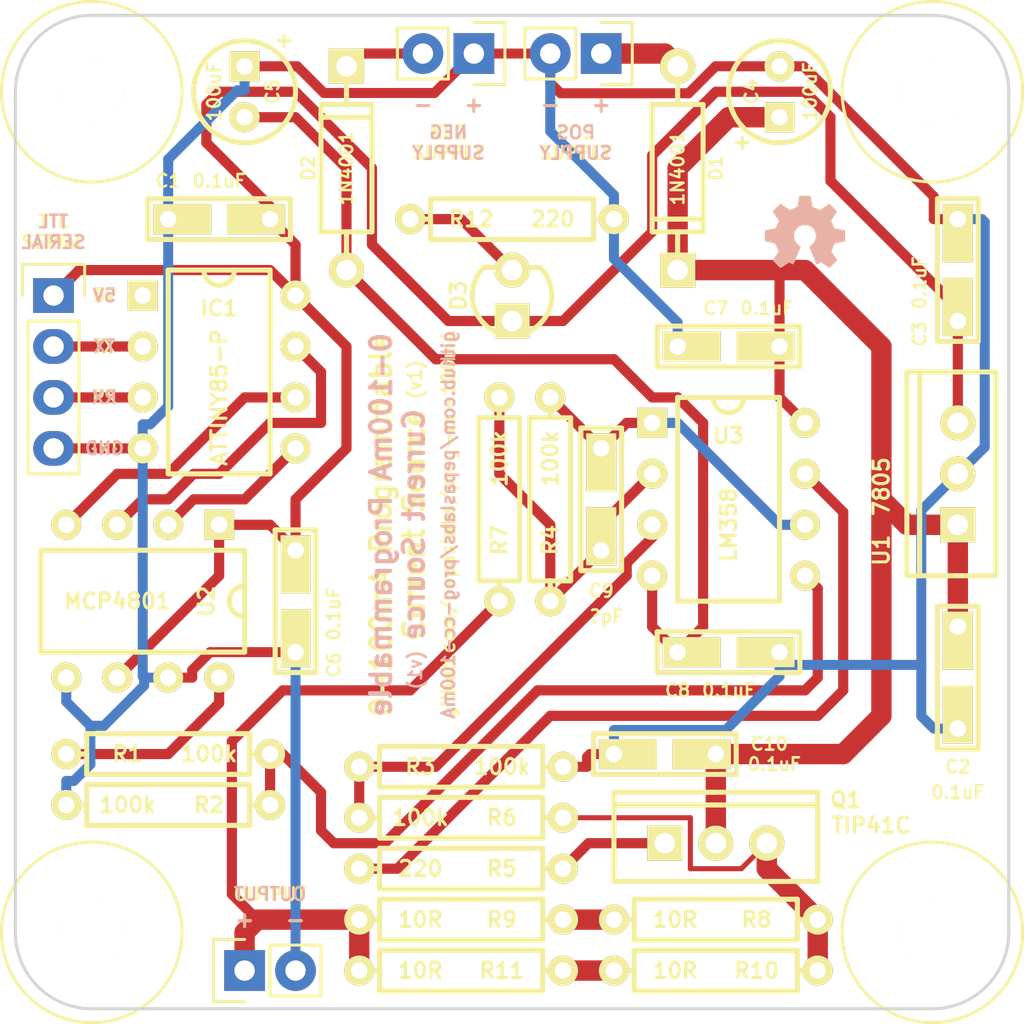
<source format=kicad_pcb>
(kicad_pcb (version 20171130) (host pcbnew "(5.1.12)-1")

  (general
    (thickness 1.6)
    (drawings 42)
    (tracks 209)
    (zones 0)
    (modules 40)
    (nets 25)
  )

  (page A4)
  (layers
    (0 F.Cu signal)
    (31 B.Cu signal)
    (32 B.Adhes user)
    (33 F.Adhes user)
    (34 B.Paste user)
    (35 F.Paste user)
    (36 B.SilkS user)
    (37 F.SilkS user)
    (38 B.Mask user)
    (39 F.Mask user)
    (40 Dwgs.User user)
    (41 Cmts.User user)
    (42 Eco1.User user)
    (43 Eco2.User user)
    (44 Edge.Cuts user)
    (45 Margin user)
    (46 B.CrtYd user)
    (47 F.CrtYd user)
    (48 B.Fab user)
    (49 F.Fab user)
  )

  (setup
    (last_trace_width 0.25)
    (user_trace_width 0.254)
    (user_trace_width 0.508)
    (user_trace_width 0.762)
    (user_trace_width 1.016)
    (user_trace_width 1.27)
    (user_trace_width 2.54)
    (trace_clearance 0.2)
    (zone_clearance 0.508)
    (zone_45_only no)
    (trace_min 0.2)
    (via_size 0.6)
    (via_drill 0.4)
    (via_min_size 0.4)
    (via_min_drill 0.3)
    (uvia_size 0.3)
    (uvia_drill 0.1)
    (uvias_allowed no)
    (uvia_min_size 0)
    (uvia_min_drill 0)
    (edge_width 0.15)
    (segment_width 0.2)
    (pcb_text_width 0.3)
    (pcb_text_size 1.5 1.5)
    (mod_edge_width 0.15)
    (mod_text_size 1 1)
    (mod_text_width 0.15)
    (pad_size 1.524 1.524)
    (pad_drill 0.762)
    (pad_to_mask_clearance 0.2)
    (aux_axis_origin 0 0)
    (visible_elements 7FFFFFFF)
    (pcbplotparams
      (layerselection 0x010f0_80000001)
      (usegerberextensions false)
      (usegerberattributes true)
      (usegerberadvancedattributes true)
      (creategerberjobfile true)
      (excludeedgelayer true)
      (linewidth 0.100000)
      (plotframeref false)
      (viasonmask false)
      (mode 1)
      (useauxorigin false)
      (hpglpennumber 1)
      (hpglpenspeed 20)
      (hpglpendiameter 15.000000)
      (psnegative false)
      (psa4output false)
      (plotreference true)
      (plotvalue true)
      (plotinvisibletext false)
      (padsonsilk false)
      (subtractmaskfromsilk false)
      (outputformat 1)
      (mirror false)
      (drillshape 0)
      (scaleselection 1)
      (outputdirectory "gerbers/"))
  )

  (net 0 "")
  (net 1 +5V)
  (net 2 GND)
  (net 3 +V)
  (net 4 -V)
  (net 5 "Net-(C9-Pad1)")
  (net 6 "Net-(C9-Pad2)")
  (net 7 "Net-(D1-Pad1)")
  (net 8 "Net-(D3-Pad2)")
  (net 9 "Net-(IC1-Pad1)")
  (net 10 TX)
  (net 11 RX)
  (net 12 CS)
  (net 13 SDO)
  (net 14 SCK)
  (net 15 Out)
  (net 16 "Net-(Q1-Pad1)")
  (net 17 "Net-(Q1-Pad3)")
  (net 18 "Net-(R1-Pad1)")
  (net 19 "Net-(R1-Pad2)")
  (net 20 "Net-(R3-Pad1)")
  (net 21 "Net-(R5-Pad2)")
  (net 22 "Net-(R8-Pad2)")
  (net 23 "Net-(R10-Pad2)")
  (net 24 "Net-(D2-Pad2)")

  (net_class Default "This is the default net class."
    (clearance 0.2)
    (trace_width 0.25)
    (via_dia 0.6)
    (via_drill 0.4)
    (uvia_dia 0.3)
    (uvia_drill 0.1)
  )

  (net_class 4 ""
    (clearance 0.2)
    (trace_width 0.4)
    (via_dia 0.6)
    (via_drill 0.4)
    (uvia_dia 0.3)
    (uvia_drill 0.1)
  )

  (net_class five ""
    (clearance 0.2)
    (trace_width 0.5)
    (via_dia 0.6)
    (via_drill 0.4)
    (uvia_dia 0.3)
    (uvia_drill 0.1)
    (add_net +5V)
    (add_net +V)
    (add_net -V)
    (add_net CS)
    (add_net GND)
    (add_net "Net-(C9-Pad1)")
    (add_net "Net-(C9-Pad2)")
    (add_net "Net-(D1-Pad1)")
    (add_net "Net-(D2-Pad2)")
    (add_net "Net-(D3-Pad2)")
    (add_net "Net-(IC1-Pad1)")
    (add_net "Net-(Q1-Pad1)")
    (add_net "Net-(Q1-Pad3)")
    (add_net "Net-(R1-Pad1)")
    (add_net "Net-(R1-Pad2)")
    (add_net "Net-(R10-Pad2)")
    (add_net "Net-(R3-Pad1)")
    (add_net "Net-(R5-Pad2)")
    (add_net "Net-(R8-Pad2)")
    (add_net Out)
    (add_net RX)
    (add_net SCK)
    (add_net SDO)
    (add_net TX)
  )

  (module PL_mounting_holes:hole_M3_NPTH (layer F.Cu) (tedit 53B22845) (tstamp 59124778)
    (at 143.51 77.47)
    (descr "M3 mounting hole (non plated through hole)")
    (path 1pin)
    (fp_text reference H***_4 (at 0 -3.048) (layer F.SilkS) hide
      (effects (font (size 1.016 1.016) (thickness 0.254)))
    )
    (fp_text value Val** (at 0 2.794) (layer F.SilkS) hide
      (effects (font (size 1.016 1.016) (thickness 0.254)))
    )
    (fp_circle (center 0 0) (end 4.5 0) (layer F.SilkS) (width 0.15))
    (pad "" np_thru_hole circle (at 0 0) (size 3.2 3.2) (drill 3.2) (layers *.Cu *.Mask F.SilkS))
  )

  (module PL_mounting_holes:hole_M3_NPTH (layer F.Cu) (tedit 53B22845) (tstamp 58F81C0C)
    (at 101.6 77.47)
    (descr "M3 mounting hole (non plated through hole)")
    (path 1pin)
    (fp_text reference H***_3 (at 0 -3.048) (layer F.SilkS) hide
      (effects (font (size 1.016 1.016) (thickness 0.254)))
    )
    (fp_text value Val** (at 0 2.794) (layer F.SilkS) hide
      (effects (font (size 1.016 1.016) (thickness 0.254)))
    )
    (fp_circle (center 0 0) (end 4.5 0) (layer F.SilkS) (width 0.15))
    (pad "" np_thru_hole circle (at 0 0) (size 3.2 3.2) (drill 3.2) (layers *.Cu *.Mask F.SilkS))
  )

  (module PL_mounting_holes:hole_M3_NPTH (layer F.Cu) (tedit 53B22845) (tstamp 5912477D)
    (at 143.51 35.56)
    (descr "M3 mounting hole (non plated through hole)")
    (path 1pin)
    (fp_text reference H***_2 (at 0 -3.048) (layer F.SilkS) hide
      (effects (font (size 1.016 1.016) (thickness 0.254)))
    )
    (fp_text value Val** (at 0 2.794) (layer F.SilkS) hide
      (effects (font (size 1.016 1.016) (thickness 0.254)))
    )
    (fp_circle (center 0 0) (end 4.5 0) (layer F.SilkS) (width 0.15))
    (pad "" np_thru_hole circle (at 0 0) (size 3.2 3.2) (drill 3.2) (layers *.Cu *.Mask F.SilkS))
  )

  (module PL_mounting_holes:hole_M3_NPTH (layer F.Cu) (tedit 53B22845) (tstamp 59124782)
    (at 101.6 35.56)
    (descr "M3 mounting hole (non plated through hole)")
    (path 1pin)
    (fp_text reference H*** (at 0 -3.048) (layer F.SilkS) hide
      (effects (font (size 1.016 1.016) (thickness 0.254)))
    )
    (fp_text value Val** (at 0 2.794) (layer F.SilkS) hide
      (effects (font (size 1.016 1.016) (thickness 0.254)))
    )
    (fp_circle (center 0 0) (end 4.5 0) (layer F.SilkS) (width 0.15))
    (pad "" np_thru_hole circle (at 0 0) (size 3.2 3.2) (drill 3.2) (layers *.Cu *.Mask F.SilkS))
  )

  (module PL_capacitors:CERCAP_2_059B_0805 (layer F.Cu) (tedit 58F83923) (tstamp 58F81A63)
    (at 107.95 41.91 180)
    (descr "Capacitor, 0.2\" pin spacing")
    (tags C)
    (path /58F0A874)
    (fp_text reference C1 (at 2.54 1.905 180) (layer F.SilkS)
      (effects (font (size 0.635 0.635) (thickness 0.127)))
    )
    (fp_text value 0.1uF (at 0 1.905 180) (layer F.SilkS)
      (effects (font (size 0.635 0.635) (thickness 0.127)))
    )
    (fp_line (start -3.556 1.016) (end -3.556 -1.016) (layer F.SilkS) (width 0.254))
    (fp_line (start 3.556 1.016) (end -3.556 1.016) (layer F.SilkS) (width 0.254))
    (fp_line (start 3.556 -1.016) (end 3.556 1.016) (layer F.SilkS) (width 0.254))
    (fp_line (start -3.556 -1.016) (end 3.556 -1.016) (layer F.SilkS) (width 0.254))
    (pad 1 thru_hole rect (at -2.54 0 180) (size 2.8956 1.4986) (drill 0.8128 (offset 0.6985 0)) (layers *.Cu *.Mask F.SilkS)
      (net 1 +5V))
    (pad 2 thru_hole rect (at 2.54 0 180) (size 2.8956 1.4986) (drill 0.8128 (offset -0.6985 0)) (layers *.Cu *.Mask F.SilkS)
      (net 2 GND))
    (model discret/capa_2pas_5x5mm.wrl
      (at (xyz 0 0 0))
      (scale (xyz 1 1 1))
      (rotate (xyz 0 0 0))
    )
  )

  (module PL_capacitors:CERCAP_2_059B_0805 (layer F.Cu) (tedit 58F83881) (tstamp 58F81A69)
    (at 144.78 64.77 270)
    (descr "Capacitor, 0.2\" pin spacing")
    (tags C)
    (path /58F985B2)
    (fp_text reference C2 (at 4.445 0) (layer F.SilkS)
      (effects (font (size 0.635 0.635) (thickness 0.127)))
    )
    (fp_text value 0.1uF (at 5.715 0) (layer F.SilkS)
      (effects (font (size 0.635 0.635) (thickness 0.127)))
    )
    (fp_line (start -3.556 1.016) (end -3.556 -1.016) (layer F.SilkS) (width 0.254))
    (fp_line (start 3.556 1.016) (end -3.556 1.016) (layer F.SilkS) (width 0.254))
    (fp_line (start 3.556 -1.016) (end 3.556 1.016) (layer F.SilkS) (width 0.254))
    (fp_line (start -3.556 -1.016) (end 3.556 -1.016) (layer F.SilkS) (width 0.254))
    (pad 1 thru_hole rect (at -2.54 0 270) (size 2.8956 1.4986) (drill 0.8128 (offset 0.6985 0)) (layers *.Cu *.Mask F.SilkS)
      (net 3 +V))
    (pad 2 thru_hole rect (at 2.54 0 270) (size 2.8956 1.4986) (drill 0.8128 (offset -0.6985 0)) (layers *.Cu *.Mask F.SilkS)
      (net 2 GND))
    (model discret/capa_2pas_5x5mm.wrl
      (at (xyz 0 0 0))
      (scale (xyz 1 1 1))
      (rotate (xyz 0 0 0))
    )
  )

  (module PL_capacitors:CERCAP_2_059B_0805 (layer F.Cu) (tedit 58F8390A) (tstamp 58F81A6F)
    (at 144.78 44.45 90)
    (descr "Capacitor, 0.2\" pin spacing")
    (tags C)
    (path /58F03795)
    (fp_text reference C3 (at -3.175 -1.905 90) (layer F.SilkS)
      (effects (font (size 0.635 0.635) (thickness 0.127)))
    )
    (fp_text value 0.1uF (at -0.635 -1.905 90) (layer F.SilkS)
      (effects (font (size 0.635 0.635) (thickness 0.127)))
    )
    (fp_line (start -3.556 1.016) (end -3.556 -1.016) (layer F.SilkS) (width 0.254))
    (fp_line (start 3.556 1.016) (end -3.556 1.016) (layer F.SilkS) (width 0.254))
    (fp_line (start 3.556 -1.016) (end 3.556 1.016) (layer F.SilkS) (width 0.254))
    (fp_line (start -3.556 -1.016) (end 3.556 -1.016) (layer F.SilkS) (width 0.254))
    (pad 1 thru_hole rect (at -2.54 0 90) (size 2.8956 1.4986) (drill 0.8128 (offset 0.6985 0)) (layers *.Cu *.Mask F.SilkS)
      (net 1 +5V))
    (pad 2 thru_hole rect (at 2.54 0 90) (size 2.8956 1.4986) (drill 0.8128 (offset -0.6985 0)) (layers *.Cu *.Mask F.SilkS)
      (net 2 GND))
    (model discret/capa_2pas_5x5mm.wrl
      (at (xyz 0 0 0))
      (scale (xyz 1 1 1))
      (rotate (xyz 0 0 0))
    )
  )

  (module PL_capacitors:ELCAP_10_20_V_059A (layer F.Cu) (tedit 53A23F6E) (tstamp 58F81A75)
    (at 135.89 36.83 90)
    (descr "Electrolytic Capacitor, vertical, 0.1\" pins, 0.2\" body")
    (tags CP)
    (path /58F749BE)
    (fp_text reference C4 (at 1.27 -1.397 90) (layer F.SilkS)
      (effects (font (size 0.635 0.635) (thickness 0.127)))
    )
    (fp_text value 100uF (at 1.27 1.524 90) (layer F.SilkS)
      (effects (font (size 0.635 0.635) (thickness 0.127)))
    )
    (fp_circle (center 1.27 0) (end 3.81 0) (layer F.SilkS) (width 0.254))
    (fp_text user + (at -1.27 -1.905 90) (layer F.SilkS)
      (effects (font (size 0.762 0.762) (thickness 0.1524)))
    )
    (pad 1 thru_hole rect (at 0 0 90) (size 1.4986 1.4986) (drill 0.8128) (layers *.Cu *.Mask F.SilkS)
      (net 3 +V))
    (pad 2 thru_hole oval (at 2.54 0 90) (size 1.4986 1.4986) (drill 0.8128) (layers *.Cu *.Mask F.SilkS)
      (net 2 GND))
    (model discret/c_vert_c2v10.wrl
      (at (xyz 0 0 0))
      (scale (xyz 1 1 1))
      (rotate (xyz 0 0 0))
    )
  )

  (module PL_capacitors:ELCAP_10_20_V_059A (layer F.Cu) (tedit 53A23F6E) (tstamp 58F81A7B)
    (at 109.22 34.29 270)
    (descr "Electrolytic Capacitor, vertical, 0.1\" pins, 0.2\" body")
    (tags CP)
    (path /58F876B4)
    (fp_text reference C5 (at 1.27 -1.397 270) (layer F.SilkS)
      (effects (font (size 0.635 0.635) (thickness 0.127)))
    )
    (fp_text value 100uF (at 1.27 1.524 270) (layer F.SilkS)
      (effects (font (size 0.635 0.635) (thickness 0.127)))
    )
    (fp_circle (center 1.27 0) (end 3.81 0) (layer F.SilkS) (width 0.254))
    (fp_text user + (at -1.27 -1.905 270) (layer F.SilkS)
      (effects (font (size 0.762 0.762) (thickness 0.1524)))
    )
    (pad 1 thru_hole rect (at 0 0 270) (size 1.4986 1.4986) (drill 0.8128) (layers *.Cu *.Mask F.SilkS)
      (net 2 GND))
    (pad 2 thru_hole oval (at 2.54 0 270) (size 1.4986 1.4986) (drill 0.8128) (layers *.Cu *.Mask F.SilkS)
      (net 4 -V))
    (model discret/c_vert_c2v10.wrl
      (at (xyz 0 0 0))
      (scale (xyz 1 1 1))
      (rotate (xyz 0 0 0))
    )
  )

  (module PL_capacitors:CERCAP_2_059B_0805 (layer F.Cu) (tedit 58F838E5) (tstamp 58F81A81)
    (at 111.76 60.96 270)
    (descr "Capacitor, 0.2\" pin spacing")
    (tags C)
    (path /58F05B2B)
    (fp_text reference C6 (at 3.175 -1.905 270) (layer F.SilkS)
      (effects (font (size 0.635 0.635) (thickness 0.127)))
    )
    (fp_text value 0.1uF (at 0.635 -1.905 270) (layer F.SilkS)
      (effects (font (size 0.635 0.635) (thickness 0.127)))
    )
    (fp_line (start -3.556 1.016) (end -3.556 -1.016) (layer F.SilkS) (width 0.254))
    (fp_line (start 3.556 1.016) (end -3.556 1.016) (layer F.SilkS) (width 0.254))
    (fp_line (start 3.556 -1.016) (end 3.556 1.016) (layer F.SilkS) (width 0.254))
    (fp_line (start -3.556 -1.016) (end 3.556 -1.016) (layer F.SilkS) (width 0.254))
    (pad 1 thru_hole rect (at -2.54 0 270) (size 2.8956 1.4986) (drill 0.8128 (offset 0.6985 0)) (layers *.Cu *.Mask F.SilkS)
      (net 1 +5V))
    (pad 2 thru_hole rect (at 2.54 0 270) (size 2.8956 1.4986) (drill 0.8128 (offset -0.6985 0)) (layers *.Cu *.Mask F.SilkS)
      (net 2 GND))
    (model discret/capa_2pas_5x5mm.wrl
      (at (xyz 0 0 0))
      (scale (xyz 1 1 1))
      (rotate (xyz 0 0 0))
    )
  )

  (module PL_capacitors:CERCAP_2_059B_0805 (layer F.Cu) (tedit 58F83901) (tstamp 58F81A87)
    (at 133.35 48.26 180)
    (descr "Capacitor, 0.2\" pin spacing")
    (tags C)
    (path /58EEFD12)
    (fp_text reference C7 (at 0.635 1.905 180) (layer F.SilkS)
      (effects (font (size 0.635 0.635) (thickness 0.127)))
    )
    (fp_text value 0.1uF (at -1.905 1.905 180) (layer F.SilkS)
      (effects (font (size 0.635 0.635) (thickness 0.127)))
    )
    (fp_line (start -3.556 1.016) (end -3.556 -1.016) (layer F.SilkS) (width 0.254))
    (fp_line (start 3.556 1.016) (end -3.556 1.016) (layer F.SilkS) (width 0.254))
    (fp_line (start 3.556 -1.016) (end 3.556 1.016) (layer F.SilkS) (width 0.254))
    (fp_line (start -3.556 -1.016) (end 3.556 -1.016) (layer F.SilkS) (width 0.254))
    (pad 1 thru_hole rect (at -2.54 0 180) (size 2.8956 1.4986) (drill 0.8128 (offset 0.6985 0)) (layers *.Cu *.Mask F.SilkS)
      (net 3 +V))
    (pad 2 thru_hole rect (at 2.54 0 180) (size 2.8956 1.4986) (drill 0.8128 (offset -0.6985 0)) (layers *.Cu *.Mask F.SilkS)
      (net 2 GND))
    (model discret/capa_2pas_5x5mm.wrl
      (at (xyz 0 0 0))
      (scale (xyz 1 1 1))
      (rotate (xyz 0 0 0))
    )
  )

  (module PL_capacitors:CERCAP_2_059B_0805 (layer F.Cu) (tedit 58F838F6) (tstamp 58F81A8D)
    (at 133.35 63.5 180)
    (descr "Capacitor, 0.2\" pin spacing")
    (tags C)
    (path /58EF1CFA)
    (fp_text reference C8 (at 2.54 -1.905) (layer F.SilkS)
      (effects (font (size 0.635 0.635) (thickness 0.127)))
    )
    (fp_text value 0.1uF (at 0 -1.905) (layer F.SilkS)
      (effects (font (size 0.635 0.635) (thickness 0.127)))
    )
    (fp_line (start -3.556 1.016) (end -3.556 -1.016) (layer F.SilkS) (width 0.254))
    (fp_line (start 3.556 1.016) (end -3.556 1.016) (layer F.SilkS) (width 0.254))
    (fp_line (start 3.556 -1.016) (end 3.556 1.016) (layer F.SilkS) (width 0.254))
    (fp_line (start -3.556 -1.016) (end 3.556 -1.016) (layer F.SilkS) (width 0.254))
    (pad 1 thru_hole rect (at -2.54 0 180) (size 2.8956 1.4986) (drill 0.8128 (offset 0.6985 0)) (layers *.Cu *.Mask F.SilkS)
      (net 2 GND))
    (pad 2 thru_hole rect (at 2.54 0 180) (size 2.8956 1.4986) (drill 0.8128 (offset -0.6985 0)) (layers *.Cu *.Mask F.SilkS)
      (net 4 -V))
    (model discret/capa_2pas_5x5mm.wrl
      (at (xyz 0 0 0))
      (scale (xyz 1 1 1))
      (rotate (xyz 0 0 0))
    )
  )

  (module PL_capacitors:CERCAP_2_059B_0805 (layer F.Cu) (tedit 58F838D2) (tstamp 58F81A93)
    (at 127 55.88 90)
    (descr "Capacitor, 0.2\" pin spacing")
    (tags C)
    (path /58F7A3D4)
    (fp_text reference C9 (at -4.572 0 180) (layer F.SilkS)
      (effects (font (size 0.635 0.635) (thickness 0.127)))
    )
    (fp_text value ?pF (at -5.842 0.254 180) (layer F.SilkS)
      (effects (font (size 0.635 0.635) (thickness 0.127)))
    )
    (fp_line (start -3.556 1.016) (end -3.556 -1.016) (layer F.SilkS) (width 0.254))
    (fp_line (start 3.556 1.016) (end -3.556 1.016) (layer F.SilkS) (width 0.254))
    (fp_line (start 3.556 -1.016) (end 3.556 1.016) (layer F.SilkS) (width 0.254))
    (fp_line (start -3.556 -1.016) (end 3.556 -1.016) (layer F.SilkS) (width 0.254))
    (pad 1 thru_hole rect (at -2.54 0 90) (size 2.8956 1.4986) (drill 0.8128 (offset 0.6985 0)) (layers *.Cu *.Mask F.SilkS)
      (net 5 "Net-(C9-Pad1)"))
    (pad 2 thru_hole rect (at 2.54 0 90) (size 2.8956 1.4986) (drill 0.8128 (offset -0.6985 0)) (layers *.Cu *.Mask F.SilkS)
      (net 6 "Net-(C9-Pad2)"))
    (model discret/capa_2pas_5x5mm.wrl
      (at (xyz 0 0 0))
      (scale (xyz 1 1 1))
      (rotate (xyz 0 0 0))
    )
  )

  (module PL_capacitors:CERCAP_2_059B_0805 (layer F.Cu) (tedit 58F838AE) (tstamp 58F81A99)
    (at 130.175 68.58 180)
    (descr "Capacitor, 0.2\" pin spacing")
    (tags C)
    (path /58F08E65)
    (fp_text reference C10 (at -5.207 0.508 180) (layer F.SilkS)
      (effects (font (size 0.635 0.635) (thickness 0.127)))
    )
    (fp_text value 0.1uF (at -5.461 -0.508 180) (layer F.SilkS)
      (effects (font (size 0.635 0.635) (thickness 0.127)))
    )
    (fp_line (start -3.556 1.016) (end -3.556 -1.016) (layer F.SilkS) (width 0.254))
    (fp_line (start 3.556 1.016) (end -3.556 1.016) (layer F.SilkS) (width 0.254))
    (fp_line (start 3.556 -1.016) (end 3.556 1.016) (layer F.SilkS) (width 0.254))
    (fp_line (start -3.556 -1.016) (end 3.556 -1.016) (layer F.SilkS) (width 0.254))
    (pad 1 thru_hole rect (at -2.54 0 180) (size 2.8956 1.4986) (drill 0.8128 (offset 0.6985 0)) (layers *.Cu *.Mask F.SilkS)
      (net 3 +V))
    (pad 2 thru_hole rect (at 2.54 0 180) (size 2.8956 1.4986) (drill 0.8128 (offset -0.6985 0)) (layers *.Cu *.Mask F.SilkS)
      (net 2 GND))
    (model discret/capa_2pas_5x5mm.wrl
      (at (xyz 0 0 0))
      (scale (xyz 1 1 1))
      (rotate (xyz 0 0 0))
    )
  )

  (module PL_diodes:DIODE_1A_069A_PL (layer F.Cu) (tedit 551CAE6F) (tstamp 58F81A9F)
    (at 130.81 39.37 270)
    (descr "1 Amp diode, 0.4\"")
    (tags "DIODE DEV")
    (path /58F85A98)
    (fp_text reference D1 (at 0 -1.905 270) (layer F.SilkS)
      (effects (font (size 0.635 0.635) (thickness 0.127)))
    )
    (fp_text value 1N4001 (at 0 0 270) (layer F.SilkS)
      (effects (font (size 0.635 0.635) (thickness 0.127)))
    )
    (fp_line (start -3.175 -1.27) (end 3.175 -1.27) (layer F.SilkS) (width 0.254))
    (fp_line (start 3.175 -1.27) (end 3.175 1.27) (layer F.SilkS) (width 0.254))
    (fp_line (start -3.175 -1.27) (end -3.175 1.27) (layer F.SilkS) (width 0.254))
    (fp_line (start -3.175 1.27) (end 3.175 1.27) (layer F.SilkS) (width 0.254))
    (fp_line (start 2.54 -1.27) (end 2.54 1.27) (layer F.SilkS) (width 0.254))
    (fp_line (start 3.175 0) (end 5.08 0) (layer F.SilkS) (width 0.254))
    (fp_line (start -5.08 0) (end -3.175 0) (layer F.SilkS) (width 0.254))
    (pad 2 thru_hole rect (at 5.08 0 270) (size 1.7526 1.7526) (drill 1.016) (layers *.Cu *.Mask F.SilkS)
      (net 3 +V))
    (pad 1 thru_hole oval (at -5.08 0 270) (size 1.7526 1.7526) (drill 1.016) (layers *.Cu *.Mask F.SilkS)
      (net 7 "Net-(D1-Pad1)"))
    (model discret/diode.wrl
      (at (xyz 0 0 0))
      (scale (xyz 0.3 0.3 0.3))
      (rotate (xyz 0 0 0))
    )
  )

  (module PL_diodes:DIODE_1A_069A_PL (layer F.Cu) (tedit 551CAE6F) (tstamp 58F81AA5)
    (at 114.3 39.37 90)
    (descr "1 Amp diode, 0.4\"")
    (tags "DIODE DEV")
    (path /58F876BA)
    (fp_text reference D2 (at 0 -1.905 90) (layer F.SilkS)
      (effects (font (size 0.635 0.635) (thickness 0.127)))
    )
    (fp_text value 1N4001 (at 0 0 90) (layer F.SilkS)
      (effects (font (size 0.635 0.635) (thickness 0.127)))
    )
    (fp_line (start -3.175 -1.27) (end 3.175 -1.27) (layer F.SilkS) (width 0.254))
    (fp_line (start 3.175 -1.27) (end 3.175 1.27) (layer F.SilkS) (width 0.254))
    (fp_line (start -3.175 -1.27) (end -3.175 1.27) (layer F.SilkS) (width 0.254))
    (fp_line (start -3.175 1.27) (end 3.175 1.27) (layer F.SilkS) (width 0.254))
    (fp_line (start 2.54 -1.27) (end 2.54 1.27) (layer F.SilkS) (width 0.254))
    (fp_line (start 3.175 0) (end 5.08 0) (layer F.SilkS) (width 0.254))
    (fp_line (start -5.08 0) (end -3.175 0) (layer F.SilkS) (width 0.254))
    (pad 2 thru_hole rect (at 5.08 0 90) (size 1.7526 1.7526) (drill 1.016) (layers *.Cu *.Mask F.SilkS)
      (net 24 "Net-(D2-Pad2)"))
    (pad 1 thru_hole oval (at -5.08 0 90) (size 1.7526 1.7526) (drill 1.016) (layers *.Cu *.Mask F.SilkS)
      (net 4 -V))
    (model discret/diode.wrl
      (at (xyz 0 0 0))
      (scale (xyz 0.3 0.3 0.3))
      (rotate (xyz 0 0 0))
    )
  )

  (module PL_LEDs:LED_3MM_069A (layer F.Cu) (tedit 53B98B99) (tstamp 58F81AAB)
    (at 122.555 46.99 90)
    (descr "3MM LED")
    (tags "LED DEV")
    (path /58F967E1)
    (fp_text reference D3 (at 1.27 -2.667 90) (layer F.SilkS)
      (effects (font (size 0.762 0.762) (thickness 0.1524)))
    )
    (fp_text value LED (at 1.27 2.794 90) (layer F.SilkS) hide
      (effects (font (size 0.762 0.762) (thickness 0.1524)))
    )
    (fp_line (start 2.67 -1.4) (end 2.67 1.4) (layer F.SilkS) (width 0.254))
    (fp_arc (start 1.27 0) (end 2.67 1.4) (angle 90) (layer F.SilkS) (width 0.254))
    (fp_arc (start 1.27 0) (end -0.13 1.4) (angle 90) (layer F.SilkS) (width 0.254))
    (fp_arc (start 1.27 0) (end -0.13 -1.4) (angle 90) (layer F.SilkS) (width 0.254))
    (pad 1 thru_hole rect (at 0 0 90) (size 1.7526 1.7526) (drill 1.016) (layers *.Cu *.Mask F.SilkS)
      (net 1 +5V))
    (pad 2 thru_hole oval (at 2.54 0 90) (size 1.7526 1.7526) (drill 1.016) (layers *.Cu *.Mask F.SilkS)
      (net 8 "Net-(D3-Pad2)"))
    (model discret/led5_vertical.wrl
      (at (xyz 0 0 0))
      (scale (xyz 1 1 1))
      (rotate (xyz 0 0 0))
    )
  )

  (module PL_DIP:DIP8_059A_PL (layer F.Cu) (tedit 53A23991) (tstamp 58F81AB7)
    (at 104.14 45.72 270)
    (descr "8-lead DIP package")
    (tags DIP)
    (path /58F0A081)
    (fp_text reference IC1 (at 0.635 -3.81) (layer F.SilkS)
      (effects (font (size 0.762 0.762) (thickness 0.1524)))
    )
    (fp_text value ATTINY85-P (at 5.08 -3.81 270) (layer F.SilkS)
      (effects (font (size 0.762 0.762) (thickness 0.1524)))
    )
    (fp_line (start -1.27 -1.27) (end -1.27 -6.35) (layer F.SilkS) (width 0.254))
    (fp_line (start 8.89 -1.27) (end -1.27 -1.27) (layer F.SilkS) (width 0.254))
    (fp_line (start 8.89 -6.35) (end 8.89 -1.27) (layer F.SilkS) (width 0.254))
    (fp_line (start -1.27 -6.35) (end 8.89 -6.35) (layer F.SilkS) (width 0.254))
    (fp_arc (start -1.27 -3.81) (end -1.27 -4.572) (angle 90) (layer F.SilkS) (width 0.254))
    (fp_arc (start -1.27 -3.81) (end -0.508 -3.81) (angle 90) (layer F.SilkS) (width 0.254))
    (pad 1 thru_hole rect (at 0 0 270) (size 1.4986 1.4986) (drill 0.8128) (layers *.Cu *.Mask F.SilkS)
      (net 9 "Net-(IC1-Pad1)"))
    (pad 2 thru_hole oval (at 2.54 0 270) (size 1.4986 1.4986) (drill 0.8128) (layers *.Cu *.Mask F.SilkS)
      (net 10 TX))
    (pad 3 thru_hole oval (at 5.08 0 270) (size 1.4986 1.4986) (drill 0.8128) (layers *.Cu *.Mask F.SilkS)
      (net 11 RX))
    (pad 4 thru_hole oval (at 7.62 0 270) (size 1.4986 1.4986) (drill 0.8128) (layers *.Cu *.Mask F.SilkS)
      (net 2 GND))
    (pad 5 thru_hole oval (at 7.62 -7.62 270) (size 1.4986 1.4986) (drill 0.8128) (layers *.Cu *.Mask F.SilkS)
      (net 12 CS))
    (pad 6 thru_hole oval (at 5.08 -7.62 270) (size 1.4986 1.4986) (drill 0.8128) (layers *.Cu *.Mask F.SilkS)
      (net 13 SDO))
    (pad 8 thru_hole oval (at 0 -7.62 270) (size 1.4986 1.4986) (drill 0.8128) (layers *.Cu *.Mask F.SilkS)
      (net 1 +5V))
    (pad 7 thru_hole oval (at 2.54 -7.62 270) (size 1.4986 1.4986) (drill 0.8128) (layers *.Cu *.Mask F.SilkS)
      (net 14 SCK))
    (model dil/dil_8.wrl
      (at (xyz 0 0 0))
      (scale (xyz 1 1 1))
      (rotate (xyz 0 0 0))
    )
  )

  (module Pin_Headers:Pin_Header_Straight_1x02 (layer F.Cu) (tedit 58F83A21) (tstamp 58F81ABD)
    (at 127 33.655 270)
    (descr "Through hole pin header")
    (tags "pin header")
    (path /58F6DF60)
    (fp_text reference P1 (at 2.54 1.27) (layer F.SilkS) hide
      (effects (font (size 1 1) (thickness 0.15)))
    )
    (fp_text value CONN_01X02 (at 0 -3.1 270) (layer F.Fab) hide
      (effects (font (size 1 1) (thickness 0.15)))
    )
    (fp_line (start -1.27 3.81) (end 1.27 3.81) (layer F.SilkS) (width 0.15))
    (fp_line (start -1.27 1.27) (end -1.27 3.81) (layer F.SilkS) (width 0.15))
    (fp_line (start -1.55 -1.55) (end 1.55 -1.55) (layer F.SilkS) (width 0.15))
    (fp_line (start -1.55 0) (end -1.55 -1.55) (layer F.SilkS) (width 0.15))
    (fp_line (start 1.27 1.27) (end -1.27 1.27) (layer F.SilkS) (width 0.15))
    (fp_line (start -1.75 4.3) (end 1.75 4.3) (layer F.CrtYd) (width 0.05))
    (fp_line (start -1.75 -1.75) (end 1.75 -1.75) (layer F.CrtYd) (width 0.05))
    (fp_line (start 1.75 -1.75) (end 1.75 4.3) (layer F.CrtYd) (width 0.05))
    (fp_line (start -1.75 -1.75) (end -1.75 4.3) (layer F.CrtYd) (width 0.05))
    (fp_line (start 1.55 -1.55) (end 1.55 0) (layer F.SilkS) (width 0.15))
    (fp_line (start 1.27 1.27) (end 1.27 3.81) (layer F.SilkS) (width 0.15))
    (pad 1 thru_hole rect (at 0 0 270) (size 2.032 2.032) (drill 1.016) (layers *.Cu *.Mask)
      (net 7 "Net-(D1-Pad1)"))
    (pad 2 thru_hole oval (at 0 2.54 270) (size 2.032 2.032) (drill 1.016) (layers *.Cu *.Mask)
      (net 2 GND))
    (model Pin_Headers.3dshapes/Pin_Header_Straight_1x02.wrl
      (offset (xyz 0 -1.269999980926514 0))
      (scale (xyz 1 1 1))
      (rotate (xyz 0 0 90))
    )
  )

  (module Pin_Headers:Pin_Header_Straight_1x02 (layer F.Cu) (tedit 58F83A1C) (tstamp 58F81AC3)
    (at 120.65 33.655 270)
    (descr "Through hole pin header")
    (tags "pin header")
    (path /58F876AE)
    (fp_text reference P2 (at 2.54 1.27) (layer F.SilkS) hide
      (effects (font (size 1 1) (thickness 0.15)))
    )
    (fp_text value CONN_01X02 (at 0 -3.1 270) (layer F.Fab) hide
      (effects (font (size 1 1) (thickness 0.15)))
    )
    (fp_line (start -1.27 3.81) (end 1.27 3.81) (layer F.SilkS) (width 0.15))
    (fp_line (start -1.27 1.27) (end -1.27 3.81) (layer F.SilkS) (width 0.15))
    (fp_line (start -1.55 -1.55) (end 1.55 -1.55) (layer F.SilkS) (width 0.15))
    (fp_line (start -1.55 0) (end -1.55 -1.55) (layer F.SilkS) (width 0.15))
    (fp_line (start 1.27 1.27) (end -1.27 1.27) (layer F.SilkS) (width 0.15))
    (fp_line (start -1.75 4.3) (end 1.75 4.3) (layer F.CrtYd) (width 0.05))
    (fp_line (start -1.75 -1.75) (end 1.75 -1.75) (layer F.CrtYd) (width 0.05))
    (fp_line (start 1.75 -1.75) (end 1.75 4.3) (layer F.CrtYd) (width 0.05))
    (fp_line (start -1.75 -1.75) (end -1.75 4.3) (layer F.CrtYd) (width 0.05))
    (fp_line (start 1.55 -1.55) (end 1.55 0) (layer F.SilkS) (width 0.15))
    (fp_line (start 1.27 1.27) (end 1.27 3.81) (layer F.SilkS) (width 0.15))
    (pad 1 thru_hole rect (at 0 0 270) (size 2.032 2.032) (drill 1.016) (layers *.Cu *.Mask)
      (net 2 GND))
    (pad 2 thru_hole oval (at 0 2.54 270) (size 2.032 2.032) (drill 1.016) (layers *.Cu *.Mask)
      (net 24 "Net-(D2-Pad2)"))
    (model Pin_Headers.3dshapes/Pin_Header_Straight_1x02.wrl
      (offset (xyz 0 -1.269999980926514 0))
      (scale (xyz 1 1 1))
      (rotate (xyz 0 0 90))
    )
  )

  (module Pin_Headers:Pin_Header_Straight_1x02 (layer F.Cu) (tedit 58F83B92) (tstamp 58F81AC9)
    (at 109.22 79.375 90)
    (descr "Through hole pin header")
    (tags "pin header")
    (path /58F6F564)
    (fp_text reference P3 (at 2.54 1.27 180) (layer F.SilkS) hide
      (effects (font (size 1 1) (thickness 0.15)))
    )
    (fp_text value CONN_01X02 (at 0 -3.1 90) (layer F.Fab) hide
      (effects (font (size 1 1) (thickness 0.15)))
    )
    (fp_line (start -1.27 3.81) (end 1.27 3.81) (layer F.SilkS) (width 0.15))
    (fp_line (start -1.27 1.27) (end -1.27 3.81) (layer F.SilkS) (width 0.15))
    (fp_line (start -1.55 -1.55) (end 1.55 -1.55) (layer F.SilkS) (width 0.15))
    (fp_line (start -1.55 0) (end -1.55 -1.55) (layer F.SilkS) (width 0.15))
    (fp_line (start 1.27 1.27) (end -1.27 1.27) (layer F.SilkS) (width 0.15))
    (fp_line (start -1.75 4.3) (end 1.75 4.3) (layer F.CrtYd) (width 0.05))
    (fp_line (start -1.75 -1.75) (end 1.75 -1.75) (layer F.CrtYd) (width 0.05))
    (fp_line (start 1.75 -1.75) (end 1.75 4.3) (layer F.CrtYd) (width 0.05))
    (fp_line (start -1.75 -1.75) (end -1.75 4.3) (layer F.CrtYd) (width 0.05))
    (fp_line (start 1.55 -1.55) (end 1.55 0) (layer F.SilkS) (width 0.15))
    (fp_line (start 1.27 1.27) (end 1.27 3.81) (layer F.SilkS) (width 0.15))
    (pad 1 thru_hole rect (at 0 0 90) (size 2.032 2.032) (drill 1.016) (layers *.Cu *.Mask)
      (net 15 Out))
    (pad 2 thru_hole oval (at 0 2.54 90) (size 2.032 2.032) (drill 1.016) (layers *.Cu *.Mask)
      (net 2 GND))
    (model Pin_Headers.3dshapes/Pin_Header_Straight_1x02.wrl
      (offset (xyz 0 -1.269999980926514 0))
      (scale (xyz 1 1 1))
      (rotate (xyz 0 0 90))
    )
  )

  (module Pin_Headers:Pin_Header_Straight_1x04 (layer F.Cu) (tedit 58F83A05) (tstamp 58F81AD1)
    (at 99.695 45.72)
    (descr "Through hole pin header")
    (tags "pin header")
    (path /58F8F01B)
    (fp_text reference P4 (at 0 -2.54) (layer F.SilkS) hide
      (effects (font (size 0.762 0.762) (thickness 0.1524)))
    )
    (fp_text value CONN_01X04 (at 0 -3.1) (layer F.Fab) hide
      (effects (font (size 1 1) (thickness 0.15)))
    )
    (fp_line (start -1.55 -1.55) (end 1.55 -1.55) (layer F.SilkS) (width 0.15))
    (fp_line (start -1.55 0) (end -1.55 -1.55) (layer F.SilkS) (width 0.15))
    (fp_line (start 1.27 1.27) (end -1.27 1.27) (layer F.SilkS) (width 0.15))
    (fp_line (start -1.27 8.89) (end 1.27 8.89) (layer F.SilkS) (width 0.15))
    (fp_line (start 1.55 -1.55) (end 1.55 0) (layer F.SilkS) (width 0.15))
    (fp_line (start 1.27 1.27) (end 1.27 8.89) (layer F.SilkS) (width 0.15))
    (fp_line (start -1.27 1.27) (end -1.27 8.89) (layer F.SilkS) (width 0.15))
    (fp_line (start -1.75 9.4) (end 1.75 9.4) (layer F.CrtYd) (width 0.05))
    (fp_line (start -1.75 -1.75) (end 1.75 -1.75) (layer F.CrtYd) (width 0.05))
    (fp_line (start 1.75 -1.75) (end 1.75 9.4) (layer F.CrtYd) (width 0.05))
    (fp_line (start -1.75 -1.75) (end -1.75 9.4) (layer F.CrtYd) (width 0.05))
    (pad 1 thru_hole rect (at 0 0) (size 2.032 1.7272) (drill 1.016) (layers *.Cu *.Mask)
      (net 1 +5V))
    (pad 2 thru_hole oval (at 0 2.54) (size 2.032 1.7272) (drill 1.016) (layers *.Cu *.Mask)
      (net 10 TX))
    (pad 3 thru_hole oval (at 0 5.08) (size 2.032 1.7272) (drill 1.016) (layers *.Cu *.Mask)
      (net 11 RX))
    (pad 4 thru_hole oval (at 0 7.62) (size 2.032 1.7272) (drill 1.016) (layers *.Cu *.Mask)
      (net 2 GND))
    (model Pin_Headers.3dshapes/Pin_Header_Straight_1x04.wrl
      (offset (xyz 0 -3.809999942779541 0))
      (scale (xyz 1 1 1))
      (rotate (xyz 0 0 90))
    )
  )

  (module PL_TO-220:TO-220_V_069A (layer F.Cu) (tedit 58F838C0) (tstamp 58F81AD8)
    (at 130.175 73.025)
    (descr "TO-220, vertical, 0.04\" holes, 0.069\" pads")
    (tags "TR TO220")
    (path /58F8AFFD)
    (fp_text reference Q1 (at 9.017 -2.159) (layer F.SilkS)
      (effects (font (size 0.762 0.762) (thickness 0.1524)))
    )
    (fp_text value TIP41C (at 10.287 -0.889 180) (layer F.SilkS)
      (effects (font (size 0.762 0.762) (thickness 0.1524)))
    )
    (fp_line (start 7.62 1.905) (end -2.54 1.905) (layer F.SilkS) (width 0.254))
    (fp_line (start 7.62 -1.905) (end 7.62 1.905) (layer F.SilkS) (width 0.254))
    (fp_line (start -2.54 -1.905) (end 7.62 -1.905) (layer F.SilkS) (width 0.254))
    (fp_line (start -2.54 1.905) (end -2.54 -1.905) (layer F.SilkS) (width 0.254))
    (fp_line (start 7.62 -2.54) (end 7.62 -1.905) (layer F.SilkS) (width 0.254))
    (fp_line (start -2.54 -2.54) (end 7.62 -2.54) (layer F.SilkS) (width 0.254))
    (fp_line (start -2.54 -1.905) (end -2.54 -2.54) (layer F.SilkS) (width 0.254))
    (pad 1 thru_hole rect (at 0 0 90) (size 1.7526 1.7526) (drill 1.016) (layers *.Cu *.Mask F.SilkS)
      (net 16 "Net-(Q1-Pad1)"))
    (pad 2 thru_hole oval (at 2.54 0 90) (size 1.7526 1.7526) (drill 1.016) (layers *.Cu *.Mask F.SilkS)
      (net 3 +V))
    (pad 3 thru_hole oval (at 5.08 0 90) (size 1.7526 1.7526) (drill 1.016) (layers *.Cu *.Mask F.SilkS)
      (net 17 "Net-(Q1-Pad3)"))
  )

  (module PL_resistors:R_AXIAL_0W25_059A_PL (layer F.Cu) (tedit 53A245D9) (tstamp 58F81ADE)
    (at 100.33 68.58)
    (descr "Resistor Axial 1/4W 0.4\"")
    (tags R)
    (path /58F81B7B)
    (autoplace_cost180 10)
    (fp_text reference R1 (at 3.048 0) (layer F.SilkS)
      (effects (font (size 0.762 0.762) (thickness 0.1524)))
    )
    (fp_text value 100k (at 7.112 0) (layer F.SilkS)
      (effects (font (size 0.762 0.762) (thickness 0.1524)))
    )
    (fp_line (start 10.16 0) (end 9.144 0) (layer F.SilkS) (width 0.254))
    (fp_line (start 1.016 1.016) (end 1.016 0) (layer F.SilkS) (width 0.254))
    (fp_line (start 9.144 1.016) (end 1.016 1.016) (layer F.SilkS) (width 0.254))
    (fp_line (start 9.144 -1.016) (end 9.144 1.016) (layer F.SilkS) (width 0.254))
    (fp_line (start 1.016 -1.016) (end 9.144 -1.016) (layer F.SilkS) (width 0.254))
    (fp_line (start 1.016 0) (end 1.016 -1.016) (layer F.SilkS) (width 0.254))
    (fp_line (start 0 0) (end 1.016 0) (layer F.SilkS) (width 0.254))
    (pad 1 thru_hole oval (at 0 0) (size 1.4986 1.4986) (drill 0.8128) (layers *.Cu *.Mask F.SilkS)
      (net 18 "Net-(R1-Pad1)"))
    (pad 2 thru_hole oval (at 10.16 0) (size 1.4986 1.4986) (drill 0.8128) (layers *.Cu *.Mask F.SilkS)
      (net 19 "Net-(R1-Pad2)"))
    (model discret/resistor.wrl
      (at (xyz 0 0 0))
      (scale (xyz 0.4 0.4 0.4))
      (rotate (xyz 0 0 0))
    )
  )

  (module PL_resistors:R_AXIAL_0W25_059A_PL (layer F.Cu) (tedit 53A245D9) (tstamp 58F81AE4)
    (at 110.49 71.12 180)
    (descr "Resistor Axial 1/4W 0.4\"")
    (tags R)
    (path /58F81CDB)
    (autoplace_cost180 10)
    (fp_text reference R2 (at 3.048 0 180) (layer F.SilkS)
      (effects (font (size 0.762 0.762) (thickness 0.1524)))
    )
    (fp_text value 100k (at 7.112 0 180) (layer F.SilkS)
      (effects (font (size 0.762 0.762) (thickness 0.1524)))
    )
    (fp_line (start 10.16 0) (end 9.144 0) (layer F.SilkS) (width 0.254))
    (fp_line (start 1.016 1.016) (end 1.016 0) (layer F.SilkS) (width 0.254))
    (fp_line (start 9.144 1.016) (end 1.016 1.016) (layer F.SilkS) (width 0.254))
    (fp_line (start 9.144 -1.016) (end 9.144 1.016) (layer F.SilkS) (width 0.254))
    (fp_line (start 1.016 -1.016) (end 9.144 -1.016) (layer F.SilkS) (width 0.254))
    (fp_line (start 1.016 0) (end 1.016 -1.016) (layer F.SilkS) (width 0.254))
    (fp_line (start 0 0) (end 1.016 0) (layer F.SilkS) (width 0.254))
    (pad 1 thru_hole oval (at 0 0 180) (size 1.4986 1.4986) (drill 0.8128) (layers *.Cu *.Mask F.SilkS)
      (net 19 "Net-(R1-Pad2)"))
    (pad 2 thru_hole oval (at 10.16 0 180) (size 1.4986 1.4986) (drill 0.8128) (layers *.Cu *.Mask F.SilkS)
      (net 2 GND))
    (model discret/resistor.wrl
      (at (xyz 0 0 0))
      (scale (xyz 0.4 0.4 0.4))
      (rotate (xyz 0 0 0))
    )
  )

  (module PL_resistors:R_AXIAL_0W25_059A_PL (layer F.Cu) (tedit 53A245D9) (tstamp 58F81AEA)
    (at 114.935 69.215)
    (descr "Resistor Axial 1/4W 0.4\"")
    (tags R)
    (path /58EF9E1B)
    (autoplace_cost180 10)
    (fp_text reference R3 (at 3.048 0) (layer F.SilkS)
      (effects (font (size 0.762 0.762) (thickness 0.1524)))
    )
    (fp_text value 100k (at 7.112 0) (layer F.SilkS)
      (effects (font (size 0.762 0.762) (thickness 0.1524)))
    )
    (fp_line (start 10.16 0) (end 9.144 0) (layer F.SilkS) (width 0.254))
    (fp_line (start 1.016 1.016) (end 1.016 0) (layer F.SilkS) (width 0.254))
    (fp_line (start 9.144 1.016) (end 1.016 1.016) (layer F.SilkS) (width 0.254))
    (fp_line (start 9.144 -1.016) (end 9.144 1.016) (layer F.SilkS) (width 0.254))
    (fp_line (start 1.016 -1.016) (end 9.144 -1.016) (layer F.SilkS) (width 0.254))
    (fp_line (start 1.016 0) (end 1.016 -1.016) (layer F.SilkS) (width 0.254))
    (fp_line (start 0 0) (end 1.016 0) (layer F.SilkS) (width 0.254))
    (pad 1 thru_hole oval (at 0 0) (size 1.4986 1.4986) (drill 0.8128) (layers *.Cu *.Mask F.SilkS)
      (net 20 "Net-(R3-Pad1)"))
    (pad 2 thru_hole oval (at 10.16 0) (size 1.4986 1.4986) (drill 0.8128) (layers *.Cu *.Mask F.SilkS)
      (net 2 GND))
    (model discret/resistor.wrl
      (at (xyz 0 0 0))
      (scale (xyz 0.4 0.4 0.4))
      (rotate (xyz 0 0 0))
    )
  )

  (module PL_resistors:R_AXIAL_0W25_059A_PL (layer F.Cu) (tedit 53A245D9) (tstamp 58F81AF0)
    (at 124.46 60.96 90)
    (descr "Resistor Axial 1/4W 0.4\"")
    (tags R)
    (path /58EF84AE)
    (autoplace_cost180 10)
    (fp_text reference R4 (at 3.048 0 90) (layer F.SilkS)
      (effects (font (size 0.762 0.762) (thickness 0.1524)))
    )
    (fp_text value 100k (at 7.112 0 90) (layer F.SilkS)
      (effects (font (size 0.762 0.762) (thickness 0.1524)))
    )
    (fp_line (start 10.16 0) (end 9.144 0) (layer F.SilkS) (width 0.254))
    (fp_line (start 1.016 1.016) (end 1.016 0) (layer F.SilkS) (width 0.254))
    (fp_line (start 9.144 1.016) (end 1.016 1.016) (layer F.SilkS) (width 0.254))
    (fp_line (start 9.144 -1.016) (end 9.144 1.016) (layer F.SilkS) (width 0.254))
    (fp_line (start 1.016 -1.016) (end 9.144 -1.016) (layer F.SilkS) (width 0.254))
    (fp_line (start 1.016 0) (end 1.016 -1.016) (layer F.SilkS) (width 0.254))
    (fp_line (start 0 0) (end 1.016 0) (layer F.SilkS) (width 0.254))
    (pad 1 thru_hole oval (at 0 0 90) (size 1.4986 1.4986) (drill 0.8128) (layers *.Cu *.Mask F.SilkS)
      (net 5 "Net-(C9-Pad1)"))
    (pad 2 thru_hole oval (at 10.16 0 90) (size 1.4986 1.4986) (drill 0.8128) (layers *.Cu *.Mask F.SilkS)
      (net 6 "Net-(C9-Pad2)"))
    (model discret/resistor.wrl
      (at (xyz 0 0 0))
      (scale (xyz 0.4 0.4 0.4))
      (rotate (xyz 0 0 0))
    )
  )

  (module PL_resistors:R_AXIAL_0W25_059A_PL (layer F.Cu) (tedit 53A245D9) (tstamp 58F81AF6)
    (at 125.095 74.295 180)
    (descr "Resistor Axial 1/4W 0.4\"")
    (tags R)
    (path /58EFCA7C)
    (autoplace_cost180 10)
    (fp_text reference R5 (at 3.048 0 180) (layer F.SilkS)
      (effects (font (size 0.762 0.762) (thickness 0.1524)))
    )
    (fp_text value 220 (at 7.112 0 180) (layer F.SilkS)
      (effects (font (size 0.762 0.762) (thickness 0.1524)))
    )
    (fp_line (start 10.16 0) (end 9.144 0) (layer F.SilkS) (width 0.254))
    (fp_line (start 1.016 1.016) (end 1.016 0) (layer F.SilkS) (width 0.254))
    (fp_line (start 9.144 1.016) (end 1.016 1.016) (layer F.SilkS) (width 0.254))
    (fp_line (start 9.144 -1.016) (end 9.144 1.016) (layer F.SilkS) (width 0.254))
    (fp_line (start 1.016 -1.016) (end 9.144 -1.016) (layer F.SilkS) (width 0.254))
    (fp_line (start 1.016 0) (end 1.016 -1.016) (layer F.SilkS) (width 0.254))
    (fp_line (start 0 0) (end 1.016 0) (layer F.SilkS) (width 0.254))
    (pad 1 thru_hole oval (at 0 0 180) (size 1.4986 1.4986) (drill 0.8128) (layers *.Cu *.Mask F.SilkS)
      (net 16 "Net-(Q1-Pad1)"))
    (pad 2 thru_hole oval (at 10.16 0 180) (size 1.4986 1.4986) (drill 0.8128) (layers *.Cu *.Mask F.SilkS)
      (net 21 "Net-(R5-Pad2)"))
    (model discret/resistor.wrl
      (at (xyz 0 0 0))
      (scale (xyz 0.4 0.4 0.4))
      (rotate (xyz 0 0 0))
    )
  )

  (module PL_resistors:R_AXIAL_0W25_059A_PL (layer F.Cu) (tedit 53A245D9) (tstamp 58F81AFC)
    (at 125.095 71.755 180)
    (descr "Resistor Axial 1/4W 0.4\"")
    (tags R)
    (path /58EF9D65)
    (autoplace_cost180 10)
    (fp_text reference R6 (at 3.048 0 180) (layer F.SilkS)
      (effects (font (size 0.762 0.762) (thickness 0.1524)))
    )
    (fp_text value 100k (at 7.112 0 180) (layer F.SilkS)
      (effects (font (size 0.762 0.762) (thickness 0.1524)))
    )
    (fp_line (start 10.16 0) (end 9.144 0) (layer F.SilkS) (width 0.254))
    (fp_line (start 1.016 1.016) (end 1.016 0) (layer F.SilkS) (width 0.254))
    (fp_line (start 9.144 1.016) (end 1.016 1.016) (layer F.SilkS) (width 0.254))
    (fp_line (start 9.144 -1.016) (end 9.144 1.016) (layer F.SilkS) (width 0.254))
    (fp_line (start 1.016 -1.016) (end 9.144 -1.016) (layer F.SilkS) (width 0.254))
    (fp_line (start 1.016 0) (end 1.016 -1.016) (layer F.SilkS) (width 0.254))
    (fp_line (start 0 0) (end 1.016 0) (layer F.SilkS) (width 0.254))
    (pad 1 thru_hole oval (at 0 0 180) (size 1.4986 1.4986) (drill 0.8128) (layers *.Cu *.Mask F.SilkS)
      (net 17 "Net-(Q1-Pad3)"))
    (pad 2 thru_hole oval (at 10.16 0 180) (size 1.4986 1.4986) (drill 0.8128) (layers *.Cu *.Mask F.SilkS)
      (net 20 "Net-(R3-Pad1)"))
    (model discret/resistor.wrl
      (at (xyz 0 0 0))
      (scale (xyz 0.4 0.4 0.4))
      (rotate (xyz 0 0 0))
    )
  )

  (module PL_resistors:R_AXIAL_0W25_059A_PL (layer F.Cu) (tedit 53A245D9) (tstamp 58F81B02)
    (at 121.92 60.96 90)
    (descr "Resistor Axial 1/4W 0.4\"")
    (tags R)
    (path /58EF85A0)
    (autoplace_cost180 10)
    (fp_text reference R7 (at 3.048 0 90) (layer F.SilkS)
      (effects (font (size 0.762 0.762) (thickness 0.1524)))
    )
    (fp_text value 100k (at 7.112 0 90) (layer F.SilkS)
      (effects (font (size 0.762 0.762) (thickness 0.1524)))
    )
    (fp_line (start 10.16 0) (end 9.144 0) (layer F.SilkS) (width 0.254))
    (fp_line (start 1.016 1.016) (end 1.016 0) (layer F.SilkS) (width 0.254))
    (fp_line (start 9.144 1.016) (end 1.016 1.016) (layer F.SilkS) (width 0.254))
    (fp_line (start 9.144 -1.016) (end 9.144 1.016) (layer F.SilkS) (width 0.254))
    (fp_line (start 1.016 -1.016) (end 9.144 -1.016) (layer F.SilkS) (width 0.254))
    (fp_line (start 1.016 0) (end 1.016 -1.016) (layer F.SilkS) (width 0.254))
    (fp_line (start 0 0) (end 1.016 0) (layer F.SilkS) (width 0.254))
    (pad 1 thru_hole oval (at 0 0 90) (size 1.4986 1.4986) (drill 0.8128) (layers *.Cu *.Mask F.SilkS)
      (net 15 Out))
    (pad 2 thru_hole oval (at 10.16 0 90) (size 1.4986 1.4986) (drill 0.8128) (layers *.Cu *.Mask F.SilkS)
      (net 5 "Net-(C9-Pad1)"))
    (model discret/resistor.wrl
      (at (xyz 0 0 0))
      (scale (xyz 0.4 0.4 0.4))
      (rotate (xyz 0 0 0))
    )
  )

  (module PL_resistors:R_AXIAL_0W25_059A_PL (layer F.Cu) (tedit 53A245D9) (tstamp 58F81B08)
    (at 137.795 76.835 180)
    (descr "Resistor Axial 1/4W 0.4\"")
    (tags R)
    (path /58ED1BDB)
    (autoplace_cost180 10)
    (fp_text reference R8 (at 3.048 0 180) (layer F.SilkS)
      (effects (font (size 0.762 0.762) (thickness 0.1524)))
    )
    (fp_text value 10R (at 7.112 0 180) (layer F.SilkS)
      (effects (font (size 0.762 0.762) (thickness 0.1524)))
    )
    (fp_line (start 10.16 0) (end 9.144 0) (layer F.SilkS) (width 0.254))
    (fp_line (start 1.016 1.016) (end 1.016 0) (layer F.SilkS) (width 0.254))
    (fp_line (start 9.144 1.016) (end 1.016 1.016) (layer F.SilkS) (width 0.254))
    (fp_line (start 9.144 -1.016) (end 9.144 1.016) (layer F.SilkS) (width 0.254))
    (fp_line (start 1.016 -1.016) (end 9.144 -1.016) (layer F.SilkS) (width 0.254))
    (fp_line (start 1.016 0) (end 1.016 -1.016) (layer F.SilkS) (width 0.254))
    (fp_line (start 0 0) (end 1.016 0) (layer F.SilkS) (width 0.254))
    (pad 1 thru_hole oval (at 0 0 180) (size 1.4986 1.4986) (drill 0.8128) (layers *.Cu *.Mask F.SilkS)
      (net 17 "Net-(Q1-Pad3)"))
    (pad 2 thru_hole oval (at 10.16 0 180) (size 1.4986 1.4986) (drill 0.8128) (layers *.Cu *.Mask F.SilkS)
      (net 22 "Net-(R8-Pad2)"))
    (model discret/resistor.wrl
      (at (xyz 0 0 0))
      (scale (xyz 0.4 0.4 0.4))
      (rotate (xyz 0 0 0))
    )
  )

  (module PL_resistors:R_AXIAL_0W25_059A_PL (layer F.Cu) (tedit 53A245D9) (tstamp 58F81B0E)
    (at 125.095 76.835 180)
    (descr "Resistor Axial 1/4W 0.4\"")
    (tags R)
    (path /58ED1EBC)
    (autoplace_cost180 10)
    (fp_text reference R9 (at 3.048 0 180) (layer F.SilkS)
      (effects (font (size 0.762 0.762) (thickness 0.1524)))
    )
    (fp_text value 10R (at 7.112 0 180) (layer F.SilkS)
      (effects (font (size 0.762 0.762) (thickness 0.1524)))
    )
    (fp_line (start 10.16 0) (end 9.144 0) (layer F.SilkS) (width 0.254))
    (fp_line (start 1.016 1.016) (end 1.016 0) (layer F.SilkS) (width 0.254))
    (fp_line (start 9.144 1.016) (end 1.016 1.016) (layer F.SilkS) (width 0.254))
    (fp_line (start 9.144 -1.016) (end 9.144 1.016) (layer F.SilkS) (width 0.254))
    (fp_line (start 1.016 -1.016) (end 9.144 -1.016) (layer F.SilkS) (width 0.254))
    (fp_line (start 1.016 0) (end 1.016 -1.016) (layer F.SilkS) (width 0.254))
    (fp_line (start 0 0) (end 1.016 0) (layer F.SilkS) (width 0.254))
    (pad 1 thru_hole oval (at 0 0 180) (size 1.4986 1.4986) (drill 0.8128) (layers *.Cu *.Mask F.SilkS)
      (net 22 "Net-(R8-Pad2)"))
    (pad 2 thru_hole oval (at 10.16 0 180) (size 1.4986 1.4986) (drill 0.8128) (layers *.Cu *.Mask F.SilkS)
      (net 15 Out))
    (model discret/resistor.wrl
      (at (xyz 0 0 0))
      (scale (xyz 0.4 0.4 0.4))
      (rotate (xyz 0 0 0))
    )
  )

  (module PL_resistors:R_AXIAL_0W25_059A_PL (layer F.Cu) (tedit 53A245D9) (tstamp 58F81B14)
    (at 137.795 79.375 180)
    (descr "Resistor Axial 1/4W 0.4\"")
    (tags R)
    (path /58ED1D00)
    (autoplace_cost180 10)
    (fp_text reference R10 (at 3.048 0 180) (layer F.SilkS)
      (effects (font (size 0.762 0.762) (thickness 0.1524)))
    )
    (fp_text value 10R (at 7.112 0 180) (layer F.SilkS)
      (effects (font (size 0.762 0.762) (thickness 0.1524)))
    )
    (fp_line (start 10.16 0) (end 9.144 0) (layer F.SilkS) (width 0.254))
    (fp_line (start 1.016 1.016) (end 1.016 0) (layer F.SilkS) (width 0.254))
    (fp_line (start 9.144 1.016) (end 1.016 1.016) (layer F.SilkS) (width 0.254))
    (fp_line (start 9.144 -1.016) (end 9.144 1.016) (layer F.SilkS) (width 0.254))
    (fp_line (start 1.016 -1.016) (end 9.144 -1.016) (layer F.SilkS) (width 0.254))
    (fp_line (start 1.016 0) (end 1.016 -1.016) (layer F.SilkS) (width 0.254))
    (fp_line (start 0 0) (end 1.016 0) (layer F.SilkS) (width 0.254))
    (pad 1 thru_hole oval (at 0 0 180) (size 1.4986 1.4986) (drill 0.8128) (layers *.Cu *.Mask F.SilkS)
      (net 17 "Net-(Q1-Pad3)"))
    (pad 2 thru_hole oval (at 10.16 0 180) (size 1.4986 1.4986) (drill 0.8128) (layers *.Cu *.Mask F.SilkS)
      (net 23 "Net-(R10-Pad2)"))
    (model discret/resistor.wrl
      (at (xyz 0 0 0))
      (scale (xyz 0.4 0.4 0.4))
      (rotate (xyz 0 0 0))
    )
  )

  (module PL_resistors:R_AXIAL_0W25_059A_PL (layer F.Cu) (tedit 53A245D9) (tstamp 58F81B1A)
    (at 125.095 79.375 180)
    (descr "Resistor Axial 1/4W 0.4\"")
    (tags R)
    (path /58ED1EC2)
    (autoplace_cost180 10)
    (fp_text reference R11 (at 3.048 0 180) (layer F.SilkS)
      (effects (font (size 0.762 0.762) (thickness 0.1524)))
    )
    (fp_text value 10R (at 7.112 0 180) (layer F.SilkS)
      (effects (font (size 0.762 0.762) (thickness 0.1524)))
    )
    (fp_line (start 10.16 0) (end 9.144 0) (layer F.SilkS) (width 0.254))
    (fp_line (start 1.016 1.016) (end 1.016 0) (layer F.SilkS) (width 0.254))
    (fp_line (start 9.144 1.016) (end 1.016 1.016) (layer F.SilkS) (width 0.254))
    (fp_line (start 9.144 -1.016) (end 9.144 1.016) (layer F.SilkS) (width 0.254))
    (fp_line (start 1.016 -1.016) (end 9.144 -1.016) (layer F.SilkS) (width 0.254))
    (fp_line (start 1.016 0) (end 1.016 -1.016) (layer F.SilkS) (width 0.254))
    (fp_line (start 0 0) (end 1.016 0) (layer F.SilkS) (width 0.254))
    (pad 1 thru_hole oval (at 0 0 180) (size 1.4986 1.4986) (drill 0.8128) (layers *.Cu *.Mask F.SilkS)
      (net 23 "Net-(R10-Pad2)"))
    (pad 2 thru_hole oval (at 10.16 0 180) (size 1.4986 1.4986) (drill 0.8128) (layers *.Cu *.Mask F.SilkS)
      (net 15 Out))
    (model discret/resistor.wrl
      (at (xyz 0 0 0))
      (scale (xyz 0.4 0.4 0.4))
      (rotate (xyz 0 0 0))
    )
  )

  (module PL_resistors:R_AXIAL_0W25_059A_PL (layer F.Cu) (tedit 53A245D9) (tstamp 58F81B20)
    (at 117.475 41.91)
    (descr "Resistor Axial 1/4W 0.4\"")
    (tags R)
    (path /58F968BE)
    (autoplace_cost180 10)
    (fp_text reference R12 (at 3.048 0) (layer F.SilkS)
      (effects (font (size 0.762 0.762) (thickness 0.1524)))
    )
    (fp_text value 220 (at 7.112 0) (layer F.SilkS)
      (effects (font (size 0.762 0.762) (thickness 0.1524)))
    )
    (fp_line (start 10.16 0) (end 9.144 0) (layer F.SilkS) (width 0.254))
    (fp_line (start 1.016 1.016) (end 1.016 0) (layer F.SilkS) (width 0.254))
    (fp_line (start 9.144 1.016) (end 1.016 1.016) (layer F.SilkS) (width 0.254))
    (fp_line (start 9.144 -1.016) (end 9.144 1.016) (layer F.SilkS) (width 0.254))
    (fp_line (start 1.016 -1.016) (end 9.144 -1.016) (layer F.SilkS) (width 0.254))
    (fp_line (start 1.016 0) (end 1.016 -1.016) (layer F.SilkS) (width 0.254))
    (fp_line (start 0 0) (end 1.016 0) (layer F.SilkS) (width 0.254))
    (pad 1 thru_hole oval (at 0 0) (size 1.4986 1.4986) (drill 0.8128) (layers *.Cu *.Mask F.SilkS)
      (net 8 "Net-(D3-Pad2)"))
    (pad 2 thru_hole oval (at 10.16 0) (size 1.4986 1.4986) (drill 0.8128) (layers *.Cu *.Mask F.SilkS)
      (net 2 GND))
    (model discret/resistor.wrl
      (at (xyz 0 0 0))
      (scale (xyz 0.4 0.4 0.4))
      (rotate (xyz 0 0 0))
    )
  )

  (module PL_TO-220:TO-220_V_069A (layer F.Cu) (tedit 58F83914) (tstamp 58F81B27)
    (at 144.78 57.15 90)
    (descr "TO-220, vertical, 0.04\" holes, 0.069\" pads")
    (tags "TR TO220")
    (path /58EFDF82)
    (fp_text reference U1 (at -1.27 -3.81 90) (layer F.SilkS)
      (effects (font (size 0.762 0.762) (thickness 0.1524)))
    )
    (fp_text value 7805 (at 1.905 -3.81 270) (layer F.SilkS)
      (effects (font (size 0.762 0.762) (thickness 0.1524)))
    )
    (fp_line (start 7.62 1.905) (end -2.54 1.905) (layer F.SilkS) (width 0.254))
    (fp_line (start 7.62 -1.905) (end 7.62 1.905) (layer F.SilkS) (width 0.254))
    (fp_line (start -2.54 -1.905) (end 7.62 -1.905) (layer F.SilkS) (width 0.254))
    (fp_line (start -2.54 1.905) (end -2.54 -1.905) (layer F.SilkS) (width 0.254))
    (fp_line (start 7.62 -2.54) (end 7.62 -1.905) (layer F.SilkS) (width 0.254))
    (fp_line (start -2.54 -2.54) (end 7.62 -2.54) (layer F.SilkS) (width 0.254))
    (fp_line (start -2.54 -1.905) (end -2.54 -2.54) (layer F.SilkS) (width 0.254))
    (pad 1 thru_hole rect (at 0 0 180) (size 1.7526 1.7526) (drill 1.016) (layers *.Cu *.Mask F.SilkS)
      (net 3 +V))
    (pad 2 thru_hole oval (at 2.54 0 180) (size 1.7526 1.7526) (drill 1.016) (layers *.Cu *.Mask F.SilkS)
      (net 2 GND))
    (pad 3 thru_hole oval (at 5.08 0 180) (size 1.7526 1.7526) (drill 1.016) (layers *.Cu *.Mask F.SilkS)
      (net 1 +5V))
  )

  (module PL_DIP:DIP8_059A_PL (layer F.Cu) (tedit 53A23991) (tstamp 58F81B33)
    (at 107.95 57.15 180)
    (descr "8-lead DIP package")
    (tags DIP)
    (path /58EF0F34)
    (fp_text reference U2 (at 0.635 -3.81 270) (layer F.SilkS)
      (effects (font (size 0.762 0.762) (thickness 0.1524)))
    )
    (fp_text value MCP4801 (at 5.08 -3.81 180) (layer F.SilkS)
      (effects (font (size 0.762 0.762) (thickness 0.1524)))
    )
    (fp_line (start -1.27 -1.27) (end -1.27 -6.35) (layer F.SilkS) (width 0.254))
    (fp_line (start 8.89 -1.27) (end -1.27 -1.27) (layer F.SilkS) (width 0.254))
    (fp_line (start 8.89 -6.35) (end 8.89 -1.27) (layer F.SilkS) (width 0.254))
    (fp_line (start -1.27 -6.35) (end 8.89 -6.35) (layer F.SilkS) (width 0.254))
    (fp_arc (start -1.27 -3.81) (end -1.27 -4.572) (angle 90) (layer F.SilkS) (width 0.254))
    (fp_arc (start -1.27 -3.81) (end -0.508 -3.81) (angle 90) (layer F.SilkS) (width 0.254))
    (pad 1 thru_hole rect (at 0 0 180) (size 1.4986 1.4986) (drill 0.8128) (layers *.Cu *.Mask F.SilkS)
      (net 1 +5V))
    (pad 2 thru_hole oval (at 2.54 0 180) (size 1.4986 1.4986) (drill 0.8128) (layers *.Cu *.Mask F.SilkS)
      (net 12 CS))
    (pad 3 thru_hole oval (at 5.08 0 180) (size 1.4986 1.4986) (drill 0.8128) (layers *.Cu *.Mask F.SilkS)
      (net 14 SCK))
    (pad 4 thru_hole oval (at 7.62 0 180) (size 1.4986 1.4986) (drill 0.8128) (layers *.Cu *.Mask F.SilkS)
      (net 13 SDO))
    (pad 5 thru_hole oval (at 7.62 -7.62 180) (size 1.4986 1.4986) (drill 0.8128) (layers *.Cu *.Mask F.SilkS)
      (net 2 GND))
    (pad 6 thru_hole oval (at 5.08 -7.62 180) (size 1.4986 1.4986) (drill 0.8128) (layers *.Cu *.Mask F.SilkS)
      (net 1 +5V))
    (pad 8 thru_hole oval (at 0 -7.62 180) (size 1.4986 1.4986) (drill 0.8128) (layers *.Cu *.Mask F.SilkS)
      (net 18 "Net-(R1-Pad1)"))
    (pad 7 thru_hole oval (at 2.54 -7.62 180) (size 1.4986 1.4986) (drill 0.8128) (layers *.Cu *.Mask F.SilkS)
      (net 2 GND))
    (model dil/dil_8.wrl
      (at (xyz 0 0 0))
      (scale (xyz 1 1 1))
      (rotate (xyz 0 0 0))
    )
  )

  (module PL_DIP:DIP8_059A_PL (layer F.Cu) (tedit 53A23991) (tstamp 58F81B3F)
    (at 129.54 52.07 270)
    (descr "8-lead DIP package")
    (tags DIP)
    (path /58EF71F1)
    (fp_text reference U3 (at 0.635 -3.81) (layer F.SilkS)
      (effects (font (size 0.762 0.762) (thickness 0.1524)))
    )
    (fp_text value LM358 (at 5.08 -3.81 270) (layer F.SilkS)
      (effects (font (size 0.762 0.762) (thickness 0.1524)))
    )
    (fp_line (start -1.27 -1.27) (end -1.27 -6.35) (layer F.SilkS) (width 0.254))
    (fp_line (start 8.89 -1.27) (end -1.27 -1.27) (layer F.SilkS) (width 0.254))
    (fp_line (start 8.89 -6.35) (end 8.89 -1.27) (layer F.SilkS) (width 0.254))
    (fp_line (start -1.27 -6.35) (end 8.89 -6.35) (layer F.SilkS) (width 0.254))
    (fp_arc (start -1.27 -3.81) (end -1.27 -4.572) (angle 90) (layer F.SilkS) (width 0.254))
    (fp_arc (start -1.27 -3.81) (end -0.508 -3.81) (angle 90) (layer F.SilkS) (width 0.254))
    (pad 1 thru_hole rect (at 0 0 270) (size 1.4986 1.4986) (drill 0.8128) (layers *.Cu *.Mask F.SilkS)
      (net 6 "Net-(C9-Pad2)"))
    (pad 2 thru_hole oval (at 2.54 0 270) (size 1.4986 1.4986) (drill 0.8128) (layers *.Cu *.Mask F.SilkS)
      (net 5 "Net-(C9-Pad1)"))
    (pad 3 thru_hole oval (at 5.08 0 270) (size 1.4986 1.4986) (drill 0.8128) (layers *.Cu *.Mask F.SilkS)
      (net 20 "Net-(R3-Pad1)"))
    (pad 4 thru_hole oval (at 7.62 0 270) (size 1.4986 1.4986) (drill 0.8128) (layers *.Cu *.Mask F.SilkS)
      (net 4 -V))
    (pad 5 thru_hole oval (at 7.62 -7.62 270) (size 1.4986 1.4986) (drill 0.8128) (layers *.Cu *.Mask F.SilkS)
      (net 19 "Net-(R1-Pad2)"))
    (pad 6 thru_hole oval (at 5.08 -7.62 270) (size 1.4986 1.4986) (drill 0.8128) (layers *.Cu *.Mask F.SilkS)
      (net 6 "Net-(C9-Pad2)"))
    (pad 8 thru_hole oval (at 0 -7.62 270) (size 1.4986 1.4986) (drill 0.8128) (layers *.Cu *.Mask F.SilkS)
      (net 3 +V))
    (pad 7 thru_hole oval (at 2.54 -7.62 270) (size 1.4986 1.4986) (drill 0.8128) (layers *.Cu *.Mask F.SilkS)
      (net 21 "Net-(R5-Pad2)"))
    (model dil/dil_8.wrl
      (at (xyz 0 0 0))
      (scale (xyz 1 1 1))
      (rotate (xyz 0 0 0))
    )
  )

  (module OSHW-logo:OSHW-logo_silkscreen-front_4mm (layer F.Cu) (tedit 0) (tstamp 58F83EF3)
    (at 137.16 42.545)
    (fp_text reference G***_2 (at 0 2.1209) (layer F.SilkS) hide
      (effects (font (size 0.18034 0.18034) (thickness 0.03556)))
    )
    (fp_text value OSHW-logo_silkscreen-front_4mm (at 0 -2.1209) (layer F.SilkS) hide
      (effects (font (size 0.18034 0.18034) (thickness 0.03556)))
    )
    (fp_poly (pts (xy -1.21158 1.79578) (xy -1.19126 1.78562) (xy -1.143 1.75514) (xy -1.07696 1.71196)
      (xy -0.99822 1.65862) (xy -0.91948 1.60528) (xy -0.85344 1.5621) (xy -0.80772 1.53162)
      (xy -0.78994 1.52146) (xy -0.77978 1.524) (xy -0.74168 1.54432) (xy -0.6858 1.57226)
      (xy -0.65532 1.5875) (xy -0.60452 1.61036) (xy -0.57912 1.61544) (xy -0.57658 1.60782)
      (xy -0.55626 1.56972) (xy -0.52832 1.50368) (xy -0.49022 1.41732) (xy -0.44704 1.31572)
      (xy -0.40132 1.2065) (xy -0.3556 1.09474) (xy -0.30988 0.98806) (xy -0.27178 0.89154)
      (xy -0.23876 0.81534) (xy -0.21844 0.75946) (xy -0.21082 0.7366) (xy -0.21336 0.73152)
      (xy -0.23876 0.70866) (xy -0.28194 0.67564) (xy -0.37846 0.5969) (xy -0.4699 0.48006)
      (xy -0.52832 0.34798) (xy -0.5461 0.20066) (xy -0.53086 0.06604) (xy -0.47752 -0.0635)
      (xy -0.38608 -0.18288) (xy -0.27432 -0.26924) (xy -0.14478 -0.32512) (xy 0 -0.3429)
      (xy 0.1397 -0.32766) (xy 0.27178 -0.27432) (xy 0.39116 -0.18542) (xy 0.43942 -0.127)
      (xy 0.508 -0.00762) (xy 0.54864 0.11938) (xy 0.55118 0.14986) (xy 0.5461 0.2921)
      (xy 0.50546 0.42672) (xy 0.4318 0.5461) (xy 0.32766 0.64516) (xy 0.31496 0.65532)
      (xy 0.2667 0.69088) (xy 0.23622 0.71374) (xy 0.21082 0.73406) (xy 0.38862 1.16586)
      (xy 0.41656 1.23444) (xy 0.46736 1.35128) (xy 0.51054 1.45288) (xy 0.54356 1.53416)
      (xy 0.56896 1.5875) (xy 0.57912 1.61036) (xy 0.59436 1.6129) (xy 0.62738 1.6002)
      (xy 0.68834 1.57226) (xy 0.72898 1.55194) (xy 0.7747 1.52908) (xy 0.79502 1.52146)
      (xy 0.8128 1.53162) (xy 0.85598 1.55956) (xy 0.91948 1.60274) (xy 0.99568 1.65354)
      (xy 1.06934 1.70434) (xy 1.13792 1.75006) (xy 1.18618 1.78054) (xy 1.21158 1.79324)
      (xy 1.21412 1.79324) (xy 1.23444 1.78054) (xy 1.27508 1.75006) (xy 1.3335 1.69418)
      (xy 1.41478 1.6129) (xy 1.42748 1.6002) (xy 1.49606 1.52908) (xy 1.55194 1.47066)
      (xy 1.59004 1.43002) (xy 1.60274 1.41224) (xy 1.59004 1.38684) (xy 1.55956 1.33858)
      (xy 1.51384 1.27) (xy 1.4605 1.19126) (xy 1.31826 0.98298) (xy 1.397 0.7874)
      (xy 1.41986 0.72898) (xy 1.45034 0.65532) (xy 1.4732 0.60452) (xy 1.4859 0.58166)
      (xy 1.50622 0.57404) (xy 1.55956 0.56134) (xy 1.6383 0.54356) (xy 1.72974 0.52832)
      (xy 1.81864 0.51054) (xy 1.89738 0.4953) (xy 1.9558 0.48514) (xy 1.9812 0.48006)
      (xy 1.98628 0.47498) (xy 1.99136 0.46228) (xy 1.99644 0.43688) (xy 1.99644 0.38862)
      (xy 1.99898 0.31242) (xy 1.99898 0.20066) (xy 1.99898 0.1905) (xy 1.99644 0.08382)
      (xy 1.99644 0) (xy 1.9939 -0.05334) (xy 1.98882 -0.07366) (xy 1.96342 -0.08128)
      (xy 1.90754 -0.09144) (xy 1.8288 -0.10922) (xy 1.73228 -0.127) (xy 1.7272 -0.127)
      (xy 1.63322 -0.14478) (xy 1.55448 -0.16256) (xy 1.4986 -0.17526) (xy 1.47574 -0.18288)
      (xy 1.47066 -0.18796) (xy 1.45034 -0.22606) (xy 1.4224 -0.28448) (xy 1.39192 -0.3556)
      (xy 1.36144 -0.42926) (xy 1.3335 -0.49784) (xy 1.31572 -0.5461) (xy 1.31064 -0.56896)
      (xy 1.32588 -0.59182) (xy 1.3589 -0.64262) (xy 1.40462 -0.70866) (xy 1.4605 -0.78994)
      (xy 1.46304 -0.79756) (xy 1.51892 -0.8763) (xy 1.5621 -0.94488) (xy 1.59258 -0.99314)
      (xy 1.60274 -1.01346) (xy 1.60274 -1.016) (xy 1.58496 -1.03886) (xy 1.54432 -1.08458)
      (xy 1.4859 -1.14554) (xy 1.41478 -1.21666) (xy 1.39192 -1.23698) (xy 1.31572 -1.31318)
      (xy 1.26238 -1.36398) (xy 1.22682 -1.38938) (xy 1.21158 -1.397) (xy 1.21158 -1.39446)
      (xy 1.18618 -1.38176) (xy 1.13538 -1.34874) (xy 1.0668 -1.30048) (xy 0.98552 -1.24714)
      (xy 0.98044 -1.24206) (xy 0.9017 -1.18872) (xy 0.83566 -1.143) (xy 0.7874 -1.11252)
      (xy 0.76708 -1.09982) (xy 0.762 -1.09982) (xy 0.73152 -1.10998) (xy 0.6731 -1.12776)
      (xy 0.60452 -1.1557) (xy 0.53086 -1.18618) (xy 0.46228 -1.21412) (xy 0.41148 -1.23698)
      (xy 0.38862 -1.24968) (xy 0.38862 -1.25222) (xy 0.37846 -1.28016) (xy 0.36576 -1.34112)
      (xy 0.34798 -1.4224) (xy 0.3302 -1.52146) (xy 0.32766 -1.5367) (xy 0.30988 -1.63068)
      (xy 0.29464 -1.70942) (xy 0.28194 -1.7653) (xy 0.27686 -1.78816) (xy 0.26416 -1.7907)
      (xy 0.2159 -1.79324) (xy 0.14478 -1.79578) (xy 0.05842 -1.79578) (xy -0.03048 -1.79578)
      (xy -0.11684 -1.79324) (xy -0.19304 -1.7907) (xy -0.24638 -1.78816) (xy -0.26924 -1.78308)
      (xy -0.27178 -1.78054) (xy -0.2794 -1.7526) (xy -0.2921 -1.69164) (xy -0.30988 -1.61036)
      (xy -0.32766 -1.5113) (xy -0.3302 -1.49352) (xy -0.34798 -1.39954) (xy -0.36576 -1.3208)
      (xy -0.37592 -1.26746) (xy -0.38354 -1.24714) (xy -0.39116 -1.24206) (xy -0.42926 -1.22428)
      (xy -0.49276 -1.19888) (xy -0.57404 -1.16586) (xy -0.75692 -1.0922) (xy -0.98044 -1.24714)
      (xy -1.00076 -1.25984) (xy -1.08204 -1.31572) (xy -1.14808 -1.3589) (xy -1.1938 -1.38938)
      (xy -1.21412 -1.39954) (xy -1.23698 -1.37922) (xy -1.2827 -1.33858) (xy -1.34366 -1.27762)
      (xy -1.41224 -1.20904) (xy -1.46558 -1.1557) (xy -1.52654 -1.0922) (xy -1.56718 -1.05156)
      (xy -1.5875 -1.02362) (xy -1.59512 -1.00584) (xy -1.59258 -0.99568) (xy -1.57988 -0.97282)
      (xy -1.54686 -0.92456) (xy -1.50114 -0.85598) (xy -1.44526 -0.77724) (xy -1.39954 -0.70866)
      (xy -1.35128 -0.635) (xy -1.3208 -0.58166) (xy -1.3081 -0.55372) (xy -1.31064 -0.54356)
      (xy -1.32842 -0.50038) (xy -1.35382 -0.4318) (xy -1.38684 -0.35306) (xy -1.46558 -0.17526)
      (xy -1.58242 -0.15494) (xy -1.65354 -0.1397) (xy -1.7526 -0.12192) (xy -1.84658 -0.10414)
      (xy -1.9939 -0.07366) (xy -1.99898 0.46482) (xy -1.97612 0.47498) (xy -1.95326 0.4826)
      (xy -1.89992 0.49276) (xy -1.82118 0.508) (xy -1.72974 0.52578) (xy -1.651 0.54102)
      (xy -1.57226 0.55626) (xy -1.51638 0.56642) (xy -1.49098 0.5715) (xy -1.48336 0.58166)
      (xy -1.46304 0.61976) (xy -1.4351 0.68072) (xy -1.40462 0.75438) (xy -1.37414 0.82804)
      (xy -1.3462 0.89916) (xy -1.32588 0.9525) (xy -1.31826 0.98044) (xy -1.32842 1.00076)
      (xy -1.3589 1.04648) (xy -1.40208 1.11252) (xy -1.45542 1.19126) (xy -1.5113 1.27)
      (xy -1.55448 1.33858) (xy -1.5875 1.38684) (xy -1.6002 1.40716) (xy -1.59258 1.4224)
      (xy -1.5621 1.4605) (xy -1.50368 1.52146) (xy -1.41478 1.61036) (xy -1.39954 1.62306)
      (xy -1.33096 1.69164) (xy -1.27 1.74498) (xy -1.22936 1.78308) (xy -1.21158 1.79578)) (layer F.SilkS) (width 0.00254))
  )

  (module OSHW-logo:OSHW-logo_silkscreen-back_4mm (layer F.Cu) (tedit 0) (tstamp 58F84AA4)
    (at 137.16 42.545)
    (fp_text reference G*** (at 0 2.1209) (layer B.SilkS) hide
      (effects (font (size 0.18034 0.18034) (thickness 0.03556)))
    )
    (fp_text value OSHW-logo_silkscreen-back_4mm (at 0 -2.1209) (layer B.SilkS) hide
      (effects (font (size 0.18034 0.18034) (thickness 0.03556)))
    )
    (fp_poly (pts (xy 1.21158 1.79578) (xy 1.19126 1.78562) (xy 1.143 1.75514) (xy 1.07696 1.71196)
      (xy 0.99822 1.65862) (xy 0.91948 1.60528) (xy 0.85344 1.5621) (xy 0.80772 1.53162)
      (xy 0.78994 1.52146) (xy 0.77978 1.524) (xy 0.74168 1.54432) (xy 0.6858 1.57226)
      (xy 0.65532 1.5875) (xy 0.60452 1.61036) (xy 0.57912 1.61544) (xy 0.57658 1.60782)
      (xy 0.55626 1.56972) (xy 0.52832 1.50368) (xy 0.49022 1.41732) (xy 0.44704 1.31572)
      (xy 0.40132 1.2065) (xy 0.3556 1.09474) (xy 0.30988 0.98806) (xy 0.27178 0.89154)
      (xy 0.23876 0.81534) (xy 0.21844 0.75946) (xy 0.21082 0.7366) (xy 0.21336 0.73152)
      (xy 0.23876 0.70866) (xy 0.28194 0.67564) (xy 0.37846 0.5969) (xy 0.4699 0.48006)
      (xy 0.52832 0.34798) (xy 0.5461 0.20066) (xy 0.53086 0.06604) (xy 0.47752 -0.0635)
      (xy 0.38608 -0.18288) (xy 0.27432 -0.26924) (xy 0.14478 -0.32512) (xy 0 -0.3429)
      (xy -0.1397 -0.32766) (xy -0.27178 -0.27432) (xy -0.39116 -0.18542) (xy -0.43942 -0.127)
      (xy -0.508 -0.00762) (xy -0.54864 0.11938) (xy -0.55118 0.14986) (xy -0.5461 0.2921)
      (xy -0.50546 0.42672) (xy -0.4318 0.5461) (xy -0.32766 0.64516) (xy -0.31496 0.65532)
      (xy -0.2667 0.69088) (xy -0.23622 0.71374) (xy -0.21082 0.73406) (xy -0.38862 1.16586)
      (xy -0.41656 1.23444) (xy -0.46736 1.35128) (xy -0.51054 1.45288) (xy -0.54356 1.53416)
      (xy -0.56896 1.5875) (xy -0.57912 1.61036) (xy -0.59436 1.6129) (xy -0.62738 1.6002)
      (xy -0.68834 1.57226) (xy -0.72898 1.55194) (xy -0.7747 1.52908) (xy -0.79502 1.52146)
      (xy -0.8128 1.53162) (xy -0.85598 1.55956) (xy -0.91948 1.60274) (xy -0.99568 1.65354)
      (xy -1.06934 1.70434) (xy -1.13792 1.75006) (xy -1.18618 1.78054) (xy -1.21158 1.79324)
      (xy -1.21412 1.79324) (xy -1.23444 1.78054) (xy -1.27508 1.75006) (xy -1.3335 1.69418)
      (xy -1.41478 1.6129) (xy -1.42748 1.6002) (xy -1.49606 1.52908) (xy -1.55194 1.47066)
      (xy -1.59004 1.43002) (xy -1.60274 1.41224) (xy -1.59004 1.38684) (xy -1.55956 1.33858)
      (xy -1.51384 1.27) (xy -1.4605 1.19126) (xy -1.31826 0.98298) (xy -1.397 0.7874)
      (xy -1.41986 0.72898) (xy -1.45034 0.65532) (xy -1.4732 0.60452) (xy -1.4859 0.58166)
      (xy -1.50622 0.57404) (xy -1.55956 0.56134) (xy -1.6383 0.54356) (xy -1.72974 0.52832)
      (xy -1.81864 0.51054) (xy -1.89738 0.4953) (xy -1.9558 0.48514) (xy -1.9812 0.48006)
      (xy -1.98628 0.47498) (xy -1.99136 0.46228) (xy -1.99644 0.43688) (xy -1.99644 0.38862)
      (xy -1.99898 0.31242) (xy -1.99898 0.20066) (xy -1.99898 0.1905) (xy -1.99644 0.08382)
      (xy -1.99644 0) (xy -1.9939 -0.05334) (xy -1.98882 -0.07366) (xy -1.96342 -0.08128)
      (xy -1.90754 -0.09144) (xy -1.8288 -0.10922) (xy -1.73228 -0.127) (xy -1.7272 -0.127)
      (xy -1.63322 -0.14478) (xy -1.55448 -0.16256) (xy -1.4986 -0.17526) (xy -1.47574 -0.18288)
      (xy -1.47066 -0.18796) (xy -1.45034 -0.22606) (xy -1.4224 -0.28448) (xy -1.39192 -0.3556)
      (xy -1.36144 -0.42926) (xy -1.3335 -0.49784) (xy -1.31572 -0.5461) (xy -1.31064 -0.56896)
      (xy -1.32588 -0.59182) (xy -1.3589 -0.64262) (xy -1.40462 -0.70866) (xy -1.4605 -0.78994)
      (xy -1.46304 -0.79756) (xy -1.51892 -0.8763) (xy -1.5621 -0.94488) (xy -1.59258 -0.99314)
      (xy -1.60274 -1.01346) (xy -1.60274 -1.016) (xy -1.58496 -1.03886) (xy -1.54432 -1.08458)
      (xy -1.4859 -1.14554) (xy -1.41478 -1.21666) (xy -1.39192 -1.23698) (xy -1.31572 -1.31318)
      (xy -1.26238 -1.36398) (xy -1.22682 -1.38938) (xy -1.21158 -1.397) (xy -1.21158 -1.39446)
      (xy -1.18618 -1.38176) (xy -1.13538 -1.34874) (xy -1.0668 -1.30048) (xy -0.98552 -1.24714)
      (xy -0.98044 -1.24206) (xy -0.9017 -1.18872) (xy -0.83566 -1.143) (xy -0.7874 -1.11252)
      (xy -0.76708 -1.09982) (xy -0.762 -1.09982) (xy -0.73152 -1.10998) (xy -0.6731 -1.12776)
      (xy -0.60452 -1.1557) (xy -0.53086 -1.18618) (xy -0.46228 -1.21412) (xy -0.41148 -1.23698)
      (xy -0.38862 -1.24968) (xy -0.38862 -1.25222) (xy -0.37846 -1.28016) (xy -0.36576 -1.34112)
      (xy -0.34798 -1.4224) (xy -0.3302 -1.52146) (xy -0.32766 -1.5367) (xy -0.30988 -1.63068)
      (xy -0.29464 -1.70942) (xy -0.28194 -1.7653) (xy -0.27686 -1.78816) (xy -0.26416 -1.7907)
      (xy -0.2159 -1.79324) (xy -0.14478 -1.79578) (xy -0.05842 -1.79578) (xy 0.03048 -1.79578)
      (xy 0.11684 -1.79324) (xy 0.19304 -1.7907) (xy 0.24638 -1.78816) (xy 0.26924 -1.78308)
      (xy 0.27178 -1.78054) (xy 0.2794 -1.7526) (xy 0.2921 -1.69164) (xy 0.30988 -1.61036)
      (xy 0.32766 -1.5113) (xy 0.3302 -1.49352) (xy 0.34798 -1.39954) (xy 0.36576 -1.3208)
      (xy 0.37592 -1.26746) (xy 0.38354 -1.24714) (xy 0.39116 -1.24206) (xy 0.42926 -1.22428)
      (xy 0.49276 -1.19888) (xy 0.57404 -1.16586) (xy 0.75692 -1.0922) (xy 0.98044 -1.24714)
      (xy 1.00076 -1.25984) (xy 1.08204 -1.31572) (xy 1.14808 -1.3589) (xy 1.1938 -1.38938)
      (xy 1.21412 -1.39954) (xy 1.23698 -1.37922) (xy 1.2827 -1.33858) (xy 1.34366 -1.27762)
      (xy 1.41224 -1.20904) (xy 1.46558 -1.1557) (xy 1.52654 -1.0922) (xy 1.56718 -1.05156)
      (xy 1.5875 -1.02362) (xy 1.59512 -1.00584) (xy 1.59258 -0.99568) (xy 1.57988 -0.97282)
      (xy 1.54686 -0.92456) (xy 1.50114 -0.85598) (xy 1.44526 -0.77724) (xy 1.39954 -0.70866)
      (xy 1.35128 -0.635) (xy 1.3208 -0.58166) (xy 1.3081 -0.55372) (xy 1.31064 -0.54356)
      (xy 1.32842 -0.50038) (xy 1.35382 -0.4318) (xy 1.38684 -0.35306) (xy 1.46558 -0.17526)
      (xy 1.58242 -0.15494) (xy 1.65354 -0.1397) (xy 1.7526 -0.12192) (xy 1.84658 -0.10414)
      (xy 1.9939 -0.07366) (xy 1.99898 0.46482) (xy 1.97612 0.47498) (xy 1.95326 0.4826)
      (xy 1.89992 0.49276) (xy 1.82118 0.508) (xy 1.72974 0.52578) (xy 1.651 0.54102)
      (xy 1.57226 0.55626) (xy 1.51638 0.56642) (xy 1.49098 0.5715) (xy 1.48336 0.58166)
      (xy 1.46304 0.61976) (xy 1.4351 0.68072) (xy 1.40462 0.75438) (xy 1.37414 0.82804)
      (xy 1.3462 0.89916) (xy 1.32588 0.9525) (xy 1.31826 0.98044) (xy 1.32842 1.00076)
      (xy 1.3589 1.04648) (xy 1.40208 1.11252) (xy 1.45542 1.19126) (xy 1.5113 1.27)
      (xy 1.55448 1.33858) (xy 1.5875 1.38684) (xy 1.6002 1.40716) (xy 1.59258 1.4224)
      (xy 1.5621 1.4605) (xy 1.50368 1.52146) (xy 1.41478 1.61036) (xy 1.39954 1.62306)
      (xy 1.33096 1.69164) (xy 1.27 1.74498) (xy 1.22936 1.78308) (xy 1.21158 1.79578)) (layer B.SilkS) (width 0.00254))
  )

  (gr_text "(v1)" (at 117.729 64.389 90) (layer B.SilkS)
    (effects (font (size 0.635 0.635) (thickness 0.127)) (justify mirror))
  )
  (gr_text github.com/pepaslabs/prog-cc-100mA (at 119.38 57.15 90) (layer B.SilkS)
    (effects (font (size 0.635 0.635) (thickness 0.127)) (justify mirror))
  )
  (gr_text "0-100mA Programmable\nCurrent Source" (at 116.84 57.15 90) (layer B.SilkS)
    (effects (font (size 1.016 1.016) (thickness 0.2032)) (justify mirror))
  )
  (gr_text GND (at 102.235 53.34) (layer B.SilkS)
    (effects (font (size 0.635 0.635) (thickness 0.127)) (justify mirror))
  )
  (gr_text RX (at 102.235 50.8) (layer B.SilkS)
    (effects (font (size 0.635 0.635) (thickness 0.127)) (justify mirror))
  )
  (gr_text TX (at 102.235 48.26) (layer B.SilkS)
    (effects (font (size 0.635 0.635) (thickness 0.127)) (justify mirror))
  )
  (gr_text 5V (at 102.235 45.72) (layer B.SilkS)
    (effects (font (size 0.635 0.635) (thickness 0.127)) (justify mirror))
  )
  (gr_text "TTL\nSERIAL" (at 99.695 42.545) (layer B.SilkS)
    (effects (font (size 0.635 0.635) (thickness 0.127)) (justify mirror))
  )
  (gr_text "(v1)" (at 117.729 49.911 90) (layer F.SilkS)
    (effects (font (size 0.635 0.635) (thickness 0.127)))
  )
  (gr_text - (at 111.76 76.835) (layer B.SilkS)
    (effects (font (size 0.762 0.762) (thickness 0.1524)))
  )
  (gr_text + (at 109.22 76.835) (layer B.SilkS)
    (effects (font (size 0.762 0.762) (thickness 0.1524)))
  )
  (gr_text OUTPUT (at 110.49 75.565) (layer B.SilkS)
    (effects (font (size 0.635 0.635) (thickness 0.127)) (justify mirror))
  )
  (gr_text - (at 124.46 36.195) (layer B.SilkS)
    (effects (font (size 0.762 0.762) (thickness 0.1524)))
  )
  (gr_text + (at 127 36.195) (layer B.SilkS)
    (effects (font (size 0.762 0.762) (thickness 0.1524)))
  )
  (gr_text "POS\nSUPPLY" (at 125.73 38.1) (layer B.SilkS)
    (effects (font (size 0.635 0.635) (thickness 0.127)) (justify mirror))
  )
  (gr_text "NEG\nSUPPLY" (at 119.38 38.1) (layer B.SilkS)
    (effects (font (size 0.635 0.635) (thickness 0.127)) (justify mirror))
  )
  (gr_text + (at 120.65 36.195) (layer B.SilkS)
    (effects (font (size 0.762 0.762) (thickness 0.1524)))
  )
  (gr_text - (at 118.11 36.195) (layer B.SilkS)
    (effects (font (size 0.762 0.762) (thickness 0.1524)))
  )
  (gr_text github.com/pepaslabs/prog-cc-100mA (at 119.38 57.15 90) (layer F.SilkS)
    (effects (font (size 0.635 0.635) (thickness 0.127)))
  )
  (gr_text "0-100mA Programmable\nCurrent Source" (at 116.84 57.15 90) (layer F.SilkS)
    (effects (font (size 1.016 1.016) (thickness 0.2032)))
  )
  (gr_text OUTPUT (at 110.49 75.565) (layer F.SilkS)
    (effects (font (size 0.635 0.635) (thickness 0.127)))
  )
  (gr_text - (at 111.76 76.835) (layer F.SilkS)
    (effects (font (size 0.762 0.762) (thickness 0.1524)))
  )
  (gr_text + (at 109.22 76.835) (layer F.SilkS)
    (effects (font (size 0.762 0.762) (thickness 0.1524)))
  )
  (gr_text + (at 127 36.195) (layer F.SilkS)
    (effects (font (size 0.762 0.762) (thickness 0.1524)))
  )
  (gr_text - (at 124.46 36.195) (layer F.SilkS)
    (effects (font (size 0.762 0.762) (thickness 0.1524)))
  )
  (gr_text + (at 120.65 36.195) (layer F.SilkS)
    (effects (font (size 0.762 0.762) (thickness 0.1524)))
  )
  (gr_text "NEG\nSUPPLY" (at 119.38 38.1) (layer F.SilkS)
    (effects (font (size 0.635 0.635) (thickness 0.127)))
  )
  (gr_text "POS\nSUPPLY" (at 125.73 38.1) (layer F.SilkS)
    (effects (font (size 0.635 0.635) (thickness 0.127)))
  )
  (gr_text - (at 118.11 36.195) (layer F.SilkS)
    (effects (font (size 0.762 0.762) (thickness 0.1524)))
  )
  (gr_text "TTL\nSERIAL" (at 99.695 42.545) (layer F.SilkS)
    (effects (font (size 0.635 0.635) (thickness 0.127)))
  )
  (gr_text GND (at 102.235 53.34) (layer F.SilkS)
    (effects (font (size 0.635 0.635) (thickness 0.127)))
  )
  (gr_text RX (at 102.235 50.8) (layer F.SilkS)
    (effects (font (size 0.635 0.635) (thickness 0.127)))
  )
  (gr_text TX (at 102.235 48.26) (layer F.SilkS)
    (effects (font (size 0.635 0.635) (thickness 0.127)))
  )
  (gr_text 5V (at 102.235 45.72) (layer F.SilkS)
    (effects (font (size 0.635 0.635) (thickness 0.127)))
  )
  (gr_line (start 147.32 77.47) (end 147.32 35.56) (angle 90) (layer Edge.Cuts) (width 0.15))
  (gr_line (start 101.6 81.28) (end 143.51 81.28) (angle 90) (layer Edge.Cuts) (width 0.15))
  (gr_line (start 97.79 35.56) (end 97.79 77.47) (angle 90) (layer Edge.Cuts) (width 0.15))
  (gr_line (start 143.51 31.75) (end 101.6 31.75) (angle 90) (layer Edge.Cuts) (width 0.15))
  (gr_arc (start 143.51 35.56) (end 143.51 31.75) (angle 90) (layer Edge.Cuts) (width 0.15))
  (gr_arc (start 143.51 77.47) (end 147.32 77.47) (angle 90) (layer Edge.Cuts) (width 0.15))
  (gr_arc (start 101.6 77.47) (end 101.6 81.28) (angle 90) (layer Edge.Cuts) (width 0.15))
  (gr_arc (start 101.6 35.56) (end 97.79 35.56) (angle 90) (layer Edge.Cuts) (width 0.15))

  (segment (start 110.49 41.91) (end 111.76 43.18) (width 0.508) (layer F.Cu) (net 1))
  (segment (start 111.76 43.18) (end 111.76 45.72) (width 0.508) (layer F.Cu) (net 1))
  (segment (start 99.695 45.72) (end 100.965 44.45) (width 0.508) (layer F.Cu) (net 1))
  (segment (start 100.965 44.45) (end 110.49 44.45) (width 0.508) (layer F.Cu) (net 1))
  (segment (start 110.49 44.45) (end 111.76 45.72) (width 0.508) (layer F.Cu) (net 1))
  (segment (start 111.76 58.42) (end 110.49 57.15) (width 0.508) (layer F.Cu) (net 1))
  (segment (start 110.49 57.15) (end 107.95 57.15) (width 0.508) (layer F.Cu) (net 1))
  (segment (start 102.87 64.77) (end 107.95 59.69) (width 0.508) (layer F.Cu) (net 1))
  (segment (start 107.95 59.69) (end 107.95 57.15) (width 0.508) (layer F.Cu) (net 1))
  (segment (start 144.78 52.07) (end 144.78 46.99) (width 0.508) (layer F.Cu) (net 1))
  (segment (start 111.76 58.42) (end 111.76 55.88) (width 0.508) (layer F.Cu) (net 1))
  (segment (start 111.76 55.88) (end 114.3 53.34) (width 0.508) (layer F.Cu) (net 1))
  (segment (start 114.3 53.34) (end 114.3 48.26) (width 0.508) (layer F.Cu) (net 1))
  (segment (start 114.3 48.26) (end 111.76 45.72) (width 0.508) (layer F.Cu) (net 1))
  (segment (start 144.78 46.99) (end 144.78 46.355) (width 0.508) (layer F.Cu) (net 1))
  (segment (start 144.78 46.355) (end 138.43 40.005) (width 0.508) (layer F.Cu) (net 1))
  (segment (start 138.43 40.005) (end 138.43 36.83) (width 0.508) (layer F.Cu) (net 1))
  (segment (start 138.43 36.83) (end 137.16 35.56) (width 0.508) (layer F.Cu) (net 1))
  (segment (start 137.16 35.56) (end 132.715 35.56) (width 0.508) (layer F.Cu) (net 1))
  (segment (start 132.715 35.56) (end 129.54 38.735) (width 0.508) (layer F.Cu) (net 1))
  (segment (start 129.54 38.735) (end 129.54 42.545) (width 0.508) (layer F.Cu) (net 1))
  (segment (start 129.54 42.545) (end 125.095 46.99) (width 0.508) (layer F.Cu) (net 1))
  (segment (start 125.095 46.99) (end 122.555 46.99) (width 0.508) (layer F.Cu) (net 1))
  (segment (start 110.49 41.91) (end 110.49 41.275) (width 0.508) (layer F.Cu) (net 1))
  (segment (start 110.49 41.275) (end 107.315 38.1) (width 0.508) (layer F.Cu) (net 1))
  (segment (start 107.315 38.1) (end 107.315 36.195) (width 0.508) (layer F.Cu) (net 1))
  (segment (start 107.315 36.195) (end 107.95 35.56) (width 0.508) (layer F.Cu) (net 1))
  (segment (start 107.95 35.56) (end 111.76 35.56) (width 0.508) (layer F.Cu) (net 1))
  (segment (start 111.76 35.56) (end 115.57 39.37) (width 0.508) (layer F.Cu) (net 1))
  (segment (start 115.57 39.37) (end 115.57 43.18) (width 0.508) (layer F.Cu) (net 1))
  (segment (start 115.57 43.18) (end 119.38 46.99) (width 0.508) (layer F.Cu) (net 1))
  (segment (start 119.38 46.99) (end 122.555 46.99) (width 0.508) (layer F.Cu) (net 1))
  (segment (start 124.46 33.655) (end 124.46 35.1211) (width 0.5) (layer F.Cu) (net 2))
  (segment (start 124.46 35.1211) (end 124.973 35.6341) (width 0.5) (layer F.Cu) (net 2))
  (segment (start 124.973 35.6341) (end 131.3582 35.6341) (width 0.5) (layer F.Cu) (net 2))
  (segment (start 131.3582 35.6341) (end 132.7023 34.29) (width 0.5) (layer F.Cu) (net 2))
  (segment (start 132.7023 34.29) (end 135.89 34.29) (width 0.5) (layer F.Cu) (net 2))
  (segment (start 124.46 33.655) (end 120.65 33.655) (width 0.5) (layer F.Cu) (net 2))
  (segment (start 135.89 34.29) (end 137.0894 34.29) (width 0.5) (layer F.Cu) (net 2))
  (segment (start 144.78 41.91) (end 143.5806 41.91) (width 0.5) (layer F.Cu) (net 2))
  (segment (start 143.5806 41.91) (end 143.5806 40.7812) (width 0.5) (layer F.Cu) (net 2))
  (segment (start 143.5806 40.7812) (end 137.0894 34.29) (width 0.5) (layer F.Cu) (net 2))
  (segment (start 144.78 67.31) (end 143.5806 67.31) (width 0.5) (layer B.Cu) (net 2))
  (segment (start 142.9582 64.135) (end 142.9582 66.6876) (width 0.5) (layer B.Cu) (net 2))
  (segment (start 142.9582 66.6876) (end 143.5806 67.31) (width 0.5) (layer B.Cu) (net 2))
  (segment (start 144.78 54.61) (end 142.9582 56.4318) (width 0.5) (layer B.Cu) (net 2))
  (segment (start 142.9582 56.4318) (end 142.9582 64.135) (width 0.5) (layer B.Cu) (net 2))
  (segment (start 135.89 64.135) (end 142.9582 64.135) (width 0.5) (layer B.Cu) (net 2))
  (segment (start 145.9794 41.91) (end 146.1212 42.0518) (width 0.5) (layer B.Cu) (net 2))
  (segment (start 146.1212 42.0518) (end 146.1212 53.2688) (width 0.5) (layer B.Cu) (net 2))
  (segment (start 146.1212 53.2688) (end 144.78 54.61) (width 0.5) (layer B.Cu) (net 2))
  (segment (start 104.14 53.34) (end 104.14 52.1406) (width 0.5) (layer B.Cu) (net 2))
  (segment (start 104.14 52.1406) (end 104.5148 52.1406) (width 0.5) (layer B.Cu) (net 2))
  (segment (start 104.5148 52.1406) (end 105.41 51.2454) (width 0.5) (layer B.Cu) (net 2))
  (segment (start 105.41 51.2454) (end 105.41 41.91) (width 0.5) (layer B.Cu) (net 2))
  (segment (start 104.14 53.34) (end 104.14 64.6994) (width 0.5) (layer B.Cu) (net 2))
  (segment (start 104.14 64.6994) (end 104.2106 64.77) (width 0.5) (layer B.Cu) (net 2))
  (segment (start 120.65 33.655) (end 118.6837 35.6213) (width 0.5) (layer F.Cu) (net 2))
  (segment (start 118.6837 35.6213) (end 113.1745 35.6213) (width 0.5) (layer F.Cu) (net 2))
  (segment (start 113.1745 35.6213) (end 111.8432 34.29) (width 0.5) (layer F.Cu) (net 2))
  (segment (start 111.8432 34.29) (end 109.22 34.29) (width 0.5) (layer F.Cu) (net 2))
  (segment (start 135.89 63.5) (end 135.89 64.0997) (width 0.5) (layer B.Cu) (net 2))
  (segment (start 135.89 64.135) (end 135.89 64.6994) (width 0.5) (layer B.Cu) (net 2))
  (segment (start 135.89 64.0997) (end 135.89 64.135) (width 0.5) (layer B.Cu) (net 2))
  (segment (start 127.635 68.58) (end 127.635 67.3806) (width 0.5) (layer B.Cu) (net 2))
  (segment (start 127.635 67.3806) (end 133.2088 67.3806) (width 0.5) (layer B.Cu) (net 2))
  (segment (start 133.2088 67.3806) (end 135.89 64.6994) (width 0.5) (layer B.Cu) (net 2))
  (segment (start 109.22 34.29) (end 109.22 35.4894) (width 0.5) (layer B.Cu) (net 2))
  (segment (start 109.22 35.4894) (end 108.8452 35.4894) (width 0.5) (layer B.Cu) (net 2))
  (segment (start 108.8452 35.4894) (end 105.41 38.9246) (width 0.5) (layer B.Cu) (net 2))
  (segment (start 105.41 38.9246) (end 105.41 41.91) (width 0.5) (layer B.Cu) (net 2))
  (segment (start 105.41 64.77) (end 106.6094 64.77) (width 0.5) (layer F.Cu) (net 2))
  (segment (start 106.6094 64.77) (end 106.6094 64.3952) (width 0.5) (layer F.Cu) (net 2))
  (segment (start 106.6094 64.3952) (end 107.5046 63.5) (width 0.5) (layer F.Cu) (net 2))
  (segment (start 107.5046 63.5) (end 111.76 63.5) (width 0.5) (layer F.Cu) (net 2))
  (segment (start 101.5316 67.171) (end 100.33 65.9694) (width 0.5) (layer B.Cu) (net 2))
  (segment (start 100.33 69.9206) (end 100.7048 69.9206) (width 0.5) (layer B.Cu) (net 2))
  (segment (start 100.7048 69.9206) (end 101.5316 69.0938) (width 0.5) (layer B.Cu) (net 2))
  (segment (start 101.5316 69.0938) (end 101.5316 67.171) (width 0.5) (layer B.Cu) (net 2))
  (segment (start 104.2106 64.77) (end 104.2106 65.1649) (width 0.5) (layer B.Cu) (net 2))
  (segment (start 104.2106 65.1649) (end 102.2045 67.171) (width 0.5) (layer B.Cu) (net 2))
  (segment (start 102.2045 67.171) (end 101.5316 67.171) (width 0.5) (layer B.Cu) (net 2))
  (segment (start 105.41 64.77) (end 104.2106 64.77) (width 0.5) (layer B.Cu) (net 2))
  (segment (start 130.81 48.26) (end 130.81 47.0606) (width 0.5) (layer B.Cu) (net 2))
  (segment (start 127.635 41.91) (end 127.635 43.8856) (width 0.5) (layer B.Cu) (net 2))
  (segment (start 127.635 43.8856) (end 130.81 47.0606) (width 0.5) (layer B.Cu) (net 2))
  (segment (start 127.635 41.3103) (end 127.635 41.91) (width 0.5) (layer B.Cu) (net 2))
  (segment (start 127.635 41.3103) (end 127.635 40.7106) (width 0.5) (layer B.Cu) (net 2))
  (segment (start 111.76 79.375) (end 111.76 63.5) (width 0.5) (layer B.Cu) (net 2))
  (segment (start 99.695 53.34) (end 104.14 53.34) (width 0.5) (layer F.Cu) (net 2))
  (segment (start 144.78 41.91) (end 145.9794 41.91) (width 0.5) (layer B.Cu) (net 2))
  (segment (start 100.33 64.77) (end 100.33 65.9694) (width 0.5) (layer B.Cu) (net 2))
  (segment (start 100.33 71.12) (end 100.33 69.9206) (width 0.5) (layer B.Cu) (net 2))
  (segment (start 125.095 69.215) (end 126.2944 69.215) (width 0.5) (layer F.Cu) (net 2))
  (segment (start 127.635 68.58) (end 126.4356 68.58) (width 0.5) (layer F.Cu) (net 2))
  (segment (start 126.2944 69.215) (end 126.2944 68.7212) (width 0.5) (layer F.Cu) (net 2))
  (segment (start 126.2944 68.7212) (end 126.4356 68.58) (width 0.5) (layer F.Cu) (net 2))
  (segment (start 127.635 40.7106) (end 124.46 37.5356) (width 0.5) (layer B.Cu) (net 2))
  (segment (start 124.46 37.5356) (end 124.46 33.655) (width 0.5) (layer B.Cu) (net 2))
  (segment (start 135.89 44.45) (end 137.16 44.45) (width 1.016) (layer F.Cu) (net 3))
  (segment (start 137.16 44.45) (end 140.97 48.26) (width 1.016) (layer F.Cu) (net 3))
  (segment (start 140.97 48.26) (end 140.97 55.88) (width 1.016) (layer F.Cu) (net 3))
  (segment (start 130.81 44.45) (end 135.89 44.45) (width 1.016) (layer F.Cu) (net 3))
  (segment (start 130.81 44.45) (end 130.81 39.37) (width 1.016) (layer F.Cu) (net 3))
  (segment (start 130.81 39.37) (end 133.35 36.83) (width 1.016) (layer F.Cu) (net 3))
  (segment (start 133.35 36.83) (end 135.89 36.83) (width 1.016) (layer F.Cu) (net 3))
  (segment (start 140.97 55.88) (end 142.24 57.15) (width 1.016) (layer F.Cu) (net 3))
  (segment (start 142.24 57.15) (end 144.78 57.15) (width 1.016) (layer F.Cu) (net 3))
  (segment (start 144.78 62.23) (end 144.78 57.15) (width 1.016) (layer F.Cu) (net 3))
  (segment (start 132.715 68.58) (end 132.715 73.025) (width 1.016) (layer F.Cu) (net 3))
  (segment (start 135.89 48.26) (end 135.89 50.8) (width 0.508) (layer F.Cu) (net 3))
  (segment (start 135.89 50.8) (end 137.16 52.07) (width 0.508) (layer F.Cu) (net 3))
  (segment (start 135.89 48.26) (end 135.89 44.45) (width 0.508) (layer F.Cu) (net 3))
  (segment (start 140.97 55.88) (end 140.97 66.675) (width 1.016) (layer F.Cu) (net 3))
  (segment (start 140.97 66.675) (end 139.065 68.58) (width 1.016) (layer F.Cu) (net 3))
  (segment (start 139.065 68.58) (end 132.715 68.58) (width 1.016) (layer F.Cu) (net 3))
  (segment (start 114.3 44.45) (end 114.3 39.37) (width 0.508) (layer F.Cu) (net 4))
  (segment (start 114.3 39.37) (end 111.76 36.83) (width 0.508) (layer F.Cu) (net 4))
  (segment (start 111.76 36.83) (end 109.22 36.83) (width 0.508) (layer F.Cu) (net 4))
  (segment (start 129.54 59.69) (end 129.54 62.23) (width 0.508) (layer F.Cu) (net 4))
  (segment (start 129.54 62.23) (end 130.81 63.5) (width 0.508) (layer F.Cu) (net 4))
  (segment (start 114.3 44.45) (end 118.745 48.895) (width 0.508) (layer F.Cu) (net 4))
  (segment (start 118.745 48.895) (end 127.635 48.895) (width 0.508) (layer F.Cu) (net 4))
  (segment (start 127.635 48.895) (end 129.54 50.8) (width 0.508) (layer F.Cu) (net 4))
  (segment (start 129.54 50.8) (end 130.81 50.8) (width 0.508) (layer F.Cu) (net 4))
  (segment (start 130.81 50.8) (end 132.08 52.07) (width 0.508) (layer F.Cu) (net 4))
  (segment (start 132.08 52.07) (end 132.08 62.23) (width 0.508) (layer F.Cu) (net 4))
  (segment (start 132.08 62.23) (end 130.81 63.5) (width 0.508) (layer F.Cu) (net 4))
  (segment (start 129.54 54.61) (end 127 57.15) (width 0.508) (layer F.Cu) (net 5))
  (segment (start 127 57.15) (end 127 58.42) (width 0.508) (layer F.Cu) (net 5))
  (segment (start 124.46 60.96) (end 127 58.42) (width 0.508) (layer F.Cu) (net 5))
  (segment (start 124.46 60.96) (end 124.46 57.15) (width 0.508) (layer F.Cu) (net 5))
  (segment (start 124.46 57.15) (end 121.92 54.61) (width 0.508) (layer F.Cu) (net 5))
  (segment (start 121.92 54.61) (end 121.92 50.8) (width 0.508) (layer F.Cu) (net 5))
  (segment (start 129.54 52.07) (end 128.27 52.07) (width 0.508) (layer F.Cu) (net 6))
  (segment (start 128.27 52.07) (end 127 53.34) (width 0.508) (layer F.Cu) (net 6))
  (segment (start 124.46 50.8) (end 127 53.34) (width 0.508) (layer F.Cu) (net 6))
  (segment (start 137.16 57.15) (end 135.89 57.15) (width 0.508) (layer B.Cu) (net 6))
  (segment (start 135.89 57.15) (end 130.81 52.07) (width 0.508) (layer B.Cu) (net 6))
  (segment (start 130.81 52.07) (end 129.54 52.07) (width 0.508) (layer B.Cu) (net 6))
  (segment (start 127 33.655) (end 130.175 33.655) (width 1.016) (layer F.Cu) (net 7))
  (segment (start 130.175 33.655) (end 130.81 34.29) (width 1.016) (layer F.Cu) (net 7))
  (segment (start 122.555 44.45) (end 120.015 41.91) (width 0.508) (layer F.Cu) (net 8))
  (segment (start 120.015 41.91) (end 117.475 41.91) (width 0.508) (layer F.Cu) (net 8))
  (segment (start 99.695 48.26) (end 104.14 48.26) (width 0.508) (layer F.Cu) (net 10))
  (segment (start 99.695 50.8) (end 104.14 50.8) (width 0.508) (layer F.Cu) (net 11))
  (segment (start 105.41 57.15) (end 106.68 55.88) (width 0.508) (layer F.Cu) (net 12))
  (segment (start 106.68 55.88) (end 109.22 55.88) (width 0.508) (layer F.Cu) (net 12))
  (segment (start 109.22 55.88) (end 111.76 53.34) (width 0.508) (layer F.Cu) (net 12))
  (segment (start 111.76 50.8) (end 109.22 50.8) (width 0.508) (layer F.Cu) (net 13))
  (segment (start 109.22 50.8) (end 105.41 54.61) (width 0.508) (layer F.Cu) (net 13))
  (segment (start 105.41 54.61) (end 102.87 54.61) (width 0.508) (layer F.Cu) (net 13))
  (segment (start 102.87 54.61) (end 100.33 57.15) (width 0.508) (layer F.Cu) (net 13))
  (segment (start 111.76 48.26) (end 113.03 49.53) (width 0.508) (layer F.Cu) (net 14))
  (segment (start 113.03 49.53) (end 113.03 52.07) (width 0.508) (layer F.Cu) (net 14))
  (segment (start 113.03 52.07) (end 110.49 52.07) (width 0.508) (layer F.Cu) (net 14))
  (segment (start 110.49 52.07) (end 107.95 54.61) (width 0.508) (layer F.Cu) (net 14))
  (segment (start 107.95 54.61) (end 106.68 54.61) (width 0.508) (layer F.Cu) (net 14))
  (segment (start 106.68 54.61) (end 105.41 55.88) (width 0.508) (layer F.Cu) (net 14))
  (segment (start 105.41 55.88) (end 104.14 55.88) (width 0.508) (layer F.Cu) (net 14))
  (segment (start 104.14 55.88) (end 102.87 57.15) (width 0.508) (layer F.Cu) (net 14))
  (segment (start 114.935 79.375) (end 114.935 76.835) (width 1.016) (layer F.Cu) (net 15))
  (segment (start 109.855 76.835) (end 109.22 77.47) (width 1.016) (layer F.Cu) (net 15))
  (segment (start 109.22 77.47) (end 109.22 79.375) (width 1.016) (layer F.Cu) (net 15))
  (segment (start 114.935 76.835) (end 109.855 76.835) (width 1.016) (layer F.Cu) (net 15))
  (segment (start 109.855 76.835) (end 108.585 75.565) (width 0.508) (layer F.Cu) (net 15))
  (segment (start 108.585 75.565) (end 108.585 67.945) (width 0.508) (layer F.Cu) (net 15))
  (segment (start 108.585 67.945) (end 111.125 65.405) (width 0.508) (layer F.Cu) (net 15))
  (segment (start 111.125 65.405) (end 117.475 65.405) (width 0.508) (layer F.Cu) (net 15))
  (segment (start 117.475 65.405) (end 121.92 60.96) (width 0.508) (layer F.Cu) (net 15))
  (segment (start 130.175 73.025) (end 126.365 73.025) (width 0.508) (layer F.Cu) (net 16))
  (segment (start 126.365 73.025) (end 125.095 74.295) (width 0.508) (layer F.Cu) (net 16))
  (segment (start 135.255 73.025) (end 135.255 74.295) (width 1.016) (layer F.Cu) (net 17))
  (segment (start 135.255 74.295) (end 137.795 76.835) (width 1.016) (layer F.Cu) (net 17))
  (segment (start 137.795 76.835) (end 137.795 79.375) (width 1.016) (layer F.Cu) (net 17))
  (segment (start 125.095 71.755) (end 131.445 71.755) (width 0.254) (layer F.Cu) (net 17))
  (segment (start 131.445 71.755) (end 131.445 74.295) (width 0.254) (layer F.Cu) (net 17))
  (segment (start 131.445 74.295) (end 133.985 74.295) (width 0.254) (layer F.Cu) (net 17))
  (segment (start 133.985 74.295) (end 135.255 73.025) (width 0.254) (layer F.Cu) (net 17))
  (segment (start 107.95 64.77) (end 107.95 66.04) (width 0.508) (layer F.Cu) (net 18))
  (segment (start 107.95 66.04) (end 105.41 68.58) (width 0.508) (layer F.Cu) (net 18))
  (segment (start 105.41 68.58) (end 100.33 68.58) (width 0.508) (layer F.Cu) (net 18))
  (segment (start 110.49 68.58) (end 110.49 71.12) (width 0.508) (layer F.Cu) (net 19))
  (segment (start 110.49 68.58) (end 111.125 68.58) (width 0.508) (layer F.Cu) (net 19))
  (segment (start 111.125 68.58) (end 113.03 70.485) (width 0.508) (layer F.Cu) (net 19))
  (segment (start 113.03 70.485) (end 113.03 72.39) (width 0.508) (layer F.Cu) (net 19))
  (segment (start 113.03 72.39) (end 113.665 73.025) (width 0.508) (layer F.Cu) (net 19))
  (segment (start 113.665 73.025) (end 116.205 73.025) (width 0.508) (layer F.Cu) (net 19))
  (segment (start 116.205 73.025) (end 123.825 65.405) (width 0.508) (layer F.Cu) (net 19))
  (segment (start 123.825 65.405) (end 137.16 65.405) (width 0.508) (layer F.Cu) (net 19))
  (segment (start 137.16 65.405) (end 137.795 64.77) (width 0.508) (layer F.Cu) (net 19))
  (segment (start 137.795 64.77) (end 137.795 60.325) (width 0.508) (layer F.Cu) (net 19))
  (segment (start 137.795 60.325) (end 137.16 59.69) (width 0.508) (layer F.Cu) (net 19))
  (segment (start 114.935 71.755) (end 114.935 69.215) (width 0.508) (layer F.Cu) (net 20))
  (segment (start 129.54 57.15) (end 129.54 57.785) (width 0.508) (layer F.Cu) (net 20))
  (segment (start 129.54 57.785) (end 128.27 59.055) (width 0.508) (layer F.Cu) (net 20))
  (segment (start 128.27 59.055) (end 128.27 59.69) (width 0.508) (layer F.Cu) (net 20))
  (segment (start 128.27 59.69) (end 118.745 69.215) (width 0.508) (layer F.Cu) (net 20))
  (segment (start 118.745 69.215) (end 114.935 69.215) (width 0.508) (layer F.Cu) (net 20))
  (segment (start 114.935 74.295) (end 116.84 74.295) (width 0.508) (layer F.Cu) (net 21))
  (segment (start 116.84 74.295) (end 124.46 66.675) (width 0.508) (layer F.Cu) (net 21))
  (segment (start 124.46 66.675) (end 137.795 66.675) (width 0.508) (layer F.Cu) (net 21))
  (segment (start 137.795 66.675) (end 139.065 65.405) (width 0.508) (layer F.Cu) (net 21))
  (segment (start 139.065 65.405) (end 139.065 56.515) (width 0.508) (layer F.Cu) (net 21))
  (segment (start 139.065 56.515) (end 137.16 54.61) (width 0.508) (layer F.Cu) (net 21))
  (segment (start 127.635 76.835) (end 125.095 76.835) (width 1.016) (layer F.Cu) (net 22))
  (segment (start 127.635 79.375) (end 125.095 79.375) (width 1.016) (layer F.Cu) (net 23))
  (segment (start 118.11 33.655) (end 114.935 33.655) (width 0.508) (layer F.Cu) (net 24))
  (segment (start 114.935 33.655) (end 114.3 34.29) (width 0.508) (layer F.Cu) (net 24))

)

</source>
